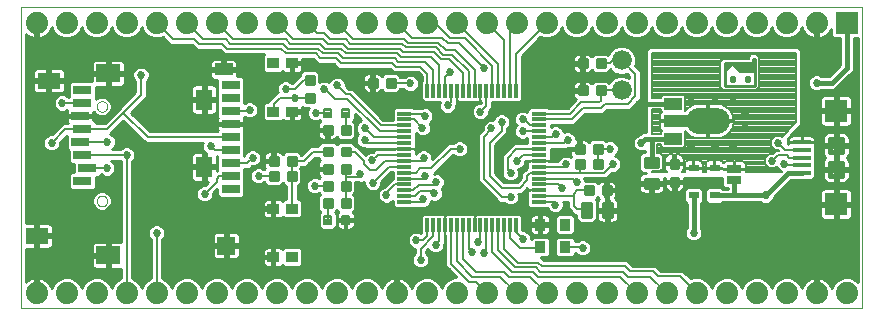
<source format=gtl>
G75*
%MOIN*%
%OFA0B0*%
%FSLAX24Y24*%
%IPPOS*%
%LPD*%
%AMOC8*
5,1,8,0,0,1.08239X$1,22.5*
%
%ADD10C,0.0000*%
%ADD11C,0.0088*%
%ADD12C,0.0100*%
%ADD13R,0.0748X0.0551*%
%ADD14R,0.0551X0.0709*%
%ADD15R,0.0591X0.0315*%
%ADD16C,0.0740*%
%ADD17R,0.0740X0.0740*%
%ADD18C,0.0660*%
%ADD19R,0.0591X0.0394*%
%ADD20R,0.0787X0.0394*%
%ADD21C,0.0866*%
%ADD22R,0.0327X0.0248*%
%ADD23R,0.0472X0.0118*%
%ADD24R,0.0118X0.0472*%
%ADD25C,0.0075*%
%ADD26R,0.0598X0.0150*%
%ADD27C,0.0180*%
%ADD28R,0.0748X0.0748*%
%ADD29R,0.0354X0.0394*%
%ADD30R,0.0394X0.0354*%
%ADD31R,0.0500X0.0250*%
%ADD32R,0.0600X0.0300*%
%ADD33R,0.0600X0.0400*%
%ADD34R,0.0800X0.0600*%
%ADD35R,0.0600X0.0600*%
%ADD36C,0.0160*%
%ADD37C,0.0080*%
%ADD38C,0.0270*%
D10*
X004240Y017780D02*
X004240Y027820D01*
X032280Y027820D01*
X032280Y017780D01*
X004240Y017780D01*
X006763Y021364D02*
X006765Y021390D01*
X006771Y021416D01*
X006780Y021440D01*
X006793Y021463D01*
X006810Y021483D01*
X006829Y021501D01*
X006851Y021516D01*
X006874Y021527D01*
X006899Y021535D01*
X006925Y021539D01*
X006951Y021539D01*
X006977Y021535D01*
X007002Y021527D01*
X007026Y021516D01*
X007047Y021501D01*
X007066Y021483D01*
X007083Y021463D01*
X007096Y021440D01*
X007105Y021416D01*
X007111Y021390D01*
X007113Y021364D01*
X007111Y021338D01*
X007105Y021312D01*
X007096Y021288D01*
X007083Y021265D01*
X007066Y021245D01*
X007047Y021227D01*
X007025Y021212D01*
X007002Y021201D01*
X006977Y021193D01*
X006951Y021189D01*
X006925Y021189D01*
X006899Y021193D01*
X006874Y021201D01*
X006850Y021212D01*
X006829Y021227D01*
X006810Y021245D01*
X006793Y021265D01*
X006780Y021288D01*
X006771Y021312D01*
X006765Y021338D01*
X006763Y021364D01*
X006763Y024514D02*
X006765Y024540D01*
X006771Y024566D01*
X006780Y024590D01*
X006793Y024613D01*
X006810Y024633D01*
X006829Y024651D01*
X006851Y024666D01*
X006874Y024677D01*
X006899Y024685D01*
X006925Y024689D01*
X006951Y024689D01*
X006977Y024685D01*
X007002Y024677D01*
X007026Y024666D01*
X007047Y024651D01*
X007066Y024633D01*
X007083Y024613D01*
X007096Y024590D01*
X007105Y024566D01*
X007111Y024540D01*
X007113Y024514D01*
X007111Y024488D01*
X007105Y024462D01*
X007096Y024438D01*
X007083Y024415D01*
X007066Y024395D01*
X007047Y024377D01*
X007025Y024362D01*
X007002Y024351D01*
X006977Y024343D01*
X006951Y024339D01*
X006925Y024339D01*
X006899Y024343D01*
X006874Y024351D01*
X006850Y024362D01*
X006829Y024377D01*
X006810Y024395D01*
X006793Y024415D01*
X006780Y024438D01*
X006771Y024462D01*
X006765Y024488D01*
X006763Y024514D01*
D11*
X012529Y022831D02*
X012791Y022831D01*
X012791Y022569D01*
X012529Y022569D01*
X012529Y022831D01*
X012529Y022656D02*
X012791Y022656D01*
X012791Y022743D02*
X012529Y022743D01*
X012529Y022830D02*
X012791Y022830D01*
X013129Y022831D02*
X013391Y022831D01*
X013391Y022569D01*
X013129Y022569D01*
X013129Y022831D01*
X013129Y022656D02*
X013391Y022656D01*
X013391Y022743D02*
X013129Y022743D01*
X013129Y022830D02*
X013391Y022830D01*
X013391Y022069D02*
X013129Y022069D01*
X013129Y022331D01*
X013391Y022331D01*
X013391Y022069D01*
X013391Y022156D02*
X013129Y022156D01*
X013129Y022243D02*
X013391Y022243D01*
X013391Y022330D02*
X013129Y022330D01*
X012791Y022069D02*
X012529Y022069D01*
X012529Y022331D01*
X012791Y022331D01*
X012791Y022069D01*
X012791Y022156D02*
X012529Y022156D01*
X012529Y022243D02*
X012791Y022243D01*
X012791Y022330D02*
X012529Y022330D01*
X014329Y022571D02*
X014591Y022571D01*
X014591Y022309D01*
X014329Y022309D01*
X014329Y022571D01*
X014329Y022396D02*
X014591Y022396D01*
X014591Y022483D02*
X014329Y022483D01*
X014329Y022570D02*
X014591Y022570D01*
X014591Y022879D02*
X014329Y022879D01*
X014329Y023141D01*
X014591Y023141D01*
X014591Y022879D01*
X014591Y022966D02*
X014329Y022966D01*
X014329Y023053D02*
X014591Y023053D01*
X014591Y023140D02*
X014329Y023140D01*
X014929Y022879D02*
X015191Y022879D01*
X014929Y022879D02*
X014929Y023141D01*
X015191Y023141D01*
X015191Y022879D01*
X015191Y022966D02*
X014929Y022966D01*
X014929Y023053D02*
X015191Y023053D01*
X015191Y023140D02*
X014929Y023140D01*
X014929Y023861D02*
X015191Y023861D01*
X015191Y023599D01*
X014929Y023599D01*
X014929Y023861D01*
X014929Y023686D02*
X015191Y023686D01*
X015191Y023773D02*
X014929Y023773D01*
X014929Y023860D02*
X015191Y023860D01*
X014591Y023861D02*
X014329Y023861D01*
X014591Y023861D02*
X014591Y023599D01*
X014329Y023599D01*
X014329Y023861D01*
X014329Y023686D02*
X014591Y023686D01*
X014591Y023773D02*
X014329Y023773D01*
X014329Y023860D02*
X014591Y023860D01*
X013729Y024669D02*
X013729Y024931D01*
X013991Y024931D01*
X013991Y024669D01*
X013729Y024669D01*
X013729Y024756D02*
X013991Y024756D01*
X013991Y024843D02*
X013729Y024843D01*
X013729Y024930D02*
X013991Y024930D01*
X013729Y025269D02*
X013729Y025531D01*
X013991Y025531D01*
X013991Y025269D01*
X013729Y025269D01*
X013729Y025356D02*
X013991Y025356D01*
X013991Y025443D02*
X013729Y025443D01*
X013729Y025530D02*
X013991Y025530D01*
X015829Y025431D02*
X016091Y025431D01*
X016091Y025169D01*
X015829Y025169D01*
X015829Y025431D01*
X015829Y025256D02*
X016091Y025256D01*
X016091Y025343D02*
X015829Y025343D01*
X015829Y025430D02*
X016091Y025430D01*
X016429Y025431D02*
X016691Y025431D01*
X016691Y025169D01*
X016429Y025169D01*
X016429Y025431D01*
X016429Y025256D02*
X016691Y025256D01*
X016691Y025343D02*
X016429Y025343D01*
X016429Y025430D02*
X016691Y025430D01*
X015191Y022571D02*
X014929Y022571D01*
X015191Y022571D02*
X015191Y022309D01*
X014929Y022309D01*
X014929Y022571D01*
X014929Y022396D02*
X015191Y022396D01*
X015191Y022483D02*
X014929Y022483D01*
X014929Y022570D02*
X015191Y022570D01*
X015191Y022001D02*
X014929Y022001D01*
X015191Y022001D02*
X015191Y021739D01*
X014929Y021739D01*
X014929Y022001D01*
X014929Y021826D02*
X015191Y021826D01*
X015191Y021913D02*
X014929Y021913D01*
X014929Y022000D02*
X015191Y022000D01*
X014591Y022001D02*
X014329Y022001D01*
X014591Y022001D02*
X014591Y021739D01*
X014329Y021739D01*
X014329Y022001D01*
X014329Y021826D02*
X014591Y021826D01*
X014591Y021913D02*
X014329Y021913D01*
X014329Y022000D02*
X014591Y022000D01*
X014591Y021169D02*
X014329Y021169D01*
X014329Y021431D01*
X014591Y021431D01*
X014591Y021169D01*
X014591Y021256D02*
X014329Y021256D01*
X014329Y021343D02*
X014591Y021343D01*
X014591Y021430D02*
X014329Y021430D01*
X014929Y021169D02*
X015191Y021169D01*
X014929Y021169D02*
X014929Y021431D01*
X015191Y021431D01*
X015191Y021169D01*
X015191Y021256D02*
X014929Y021256D01*
X014929Y021343D02*
X015191Y021343D01*
X015191Y021430D02*
X014929Y021430D01*
X022729Y022469D02*
X022991Y022469D01*
X022729Y022469D02*
X022729Y022731D01*
X022991Y022731D01*
X022991Y022469D01*
X022991Y022556D02*
X022729Y022556D01*
X022729Y022643D02*
X022991Y022643D01*
X022991Y022730D02*
X022729Y022730D01*
X022729Y023231D02*
X022991Y023231D01*
X022991Y022969D01*
X022729Y022969D01*
X022729Y023231D01*
X022729Y023056D02*
X022991Y023056D01*
X022991Y023143D02*
X022729Y023143D01*
X022729Y023230D02*
X022991Y023230D01*
X023329Y023231D02*
X023591Y023231D01*
X023591Y022969D01*
X023329Y022969D01*
X023329Y023231D01*
X023329Y023056D02*
X023591Y023056D01*
X023591Y023143D02*
X023329Y023143D01*
X023329Y023230D02*
X023591Y023230D01*
X023591Y022469D02*
X023329Y022469D01*
X023329Y022731D01*
X023591Y022731D01*
X023591Y022469D01*
X023591Y022556D02*
X023329Y022556D01*
X023329Y022643D02*
X023591Y022643D01*
X023591Y022730D02*
X023329Y022730D01*
X023291Y021589D02*
X023029Y021589D01*
X023029Y021851D01*
X023291Y021851D01*
X023291Y021589D01*
X023291Y021676D02*
X023029Y021676D01*
X023029Y021763D02*
X023291Y021763D01*
X023291Y021850D02*
X023029Y021850D01*
X023629Y021589D02*
X023891Y021589D01*
X023629Y021589D02*
X023629Y021851D01*
X023891Y021851D01*
X023891Y021589D01*
X023891Y021676D02*
X023629Y021676D01*
X023629Y021763D02*
X023891Y021763D01*
X023891Y021850D02*
X023629Y021850D01*
X025889Y021869D02*
X025889Y022131D01*
X026151Y022131D01*
X026151Y021869D01*
X025889Y021869D01*
X025889Y021956D02*
X026151Y021956D01*
X026151Y022043D02*
X025889Y022043D01*
X025889Y022130D02*
X026151Y022130D01*
X025889Y022469D02*
X025889Y022731D01*
X026151Y022731D01*
X026151Y022469D01*
X025889Y022469D01*
X025889Y022556D02*
X026151Y022556D01*
X026151Y022643D02*
X025889Y022643D01*
X025889Y022730D02*
X026151Y022730D01*
X023691Y024919D02*
X023429Y024919D01*
X023429Y025181D01*
X023691Y025181D01*
X023691Y024919D01*
X023691Y025006D02*
X023429Y025006D01*
X023429Y025093D02*
X023691Y025093D01*
X023691Y025180D02*
X023429Y025180D01*
X023091Y024919D02*
X022829Y024919D01*
X022829Y025181D01*
X023091Y025181D01*
X023091Y024919D01*
X023091Y025006D02*
X022829Y025006D01*
X022829Y025093D02*
X023091Y025093D01*
X023091Y025180D02*
X022829Y025180D01*
X022829Y025819D02*
X023091Y025819D01*
X022829Y025819D02*
X022829Y026081D01*
X023091Y026081D01*
X023091Y025819D01*
X023091Y025906D02*
X022829Y025906D01*
X022829Y025993D02*
X023091Y025993D01*
X023091Y026080D02*
X022829Y026080D01*
X023429Y025819D02*
X023691Y025819D01*
X023429Y025819D02*
X023429Y026081D01*
X023691Y026081D01*
X023691Y025819D01*
X023691Y025906D02*
X023429Y025906D01*
X023429Y025993D02*
X023691Y025993D01*
X023691Y026080D02*
X023429Y026080D01*
D12*
X023256Y026183D02*
X023246Y026200D01*
X023210Y026236D01*
X023166Y026262D01*
X023116Y026275D01*
X022997Y026275D01*
X022997Y025988D01*
X022922Y025988D01*
X022922Y026275D01*
X022803Y026275D01*
X022753Y026262D01*
X022709Y026236D01*
X022673Y026200D01*
X022648Y026156D01*
X022635Y026107D01*
X022635Y025988D01*
X022922Y025988D01*
X022922Y025912D01*
X022997Y025912D01*
X022997Y025625D01*
X023116Y025625D01*
X023166Y025638D01*
X023210Y025664D01*
X023246Y025700D01*
X023256Y025717D01*
X023348Y025625D01*
X023771Y025625D01*
X023885Y025738D01*
X023885Y025746D01*
X023988Y025643D01*
X024164Y025570D01*
X024355Y025570D01*
X024437Y025604D01*
X024520Y025521D01*
X024520Y025462D01*
X024355Y025530D01*
X024164Y025530D01*
X023988Y025457D01*
X023853Y025322D01*
X023844Y025302D01*
X023771Y025375D01*
X023348Y025375D01*
X023256Y025283D01*
X023246Y025300D01*
X023210Y025336D01*
X023166Y025362D01*
X023116Y025375D01*
X022997Y025375D01*
X022997Y025088D01*
X022922Y025088D01*
X022922Y025375D01*
X022803Y025375D01*
X022753Y025362D01*
X022709Y025336D01*
X022673Y025300D01*
X022648Y025256D01*
X022635Y025207D01*
X022635Y025088D01*
X022922Y025088D01*
X022922Y025012D01*
X022635Y025012D01*
X022635Y024893D01*
X022648Y024844D01*
X022673Y024800D01*
X022709Y024764D01*
X022738Y024747D01*
X022720Y024729D01*
X022457Y024466D01*
X021821Y024466D01*
X021802Y024485D01*
X021205Y024485D01*
X021117Y024398D01*
X021117Y024333D01*
X021016Y024375D01*
X020903Y024375D01*
X020798Y024332D01*
X020718Y024251D01*
X020675Y024147D01*
X020675Y024033D01*
X020718Y023929D01*
X020756Y023890D01*
X020718Y023851D01*
X020675Y023747D01*
X020675Y023633D01*
X020718Y023529D01*
X020798Y023448D01*
X020903Y023405D01*
X021016Y023405D01*
X021117Y023447D01*
X021117Y023285D01*
X020676Y023285D01*
X020381Y022990D01*
X020270Y022879D01*
X020270Y022321D01*
X020275Y022316D01*
X020275Y022243D01*
X020318Y022139D01*
X020398Y022058D01*
X020503Y022015D01*
X020616Y022015D01*
X020721Y022058D01*
X020801Y022139D01*
X020845Y022243D01*
X020845Y022357D01*
X020820Y022416D01*
X020921Y022458D01*
X021001Y022539D01*
X021045Y022643D01*
X021045Y022708D01*
X021117Y022708D01*
X021117Y022702D01*
X021193Y022702D01*
X021193Y022702D01*
X021193Y022702D01*
X021117Y022702D01*
X021117Y022477D01*
X021027Y022387D01*
X020920Y022279D01*
X020920Y022129D01*
X020781Y021990D01*
X020338Y021990D01*
X020050Y022279D01*
X020050Y023221D01*
X020450Y023621D01*
X020450Y023787D01*
X020501Y023839D01*
X020545Y023943D01*
X020545Y024057D01*
X020501Y024161D01*
X020421Y024242D01*
X020316Y024285D01*
X020203Y024285D01*
X020098Y024242D01*
X020018Y024161D01*
X019978Y024064D01*
X019976Y024065D01*
X019863Y024065D01*
X019758Y024022D01*
X019678Y023941D01*
X019635Y023837D01*
X019635Y023744D01*
X019581Y023690D01*
X019470Y023579D01*
X019470Y022021D01*
X020070Y021421D01*
X020181Y021310D01*
X020346Y021310D01*
X020398Y021258D01*
X020503Y021215D01*
X020616Y021215D01*
X020721Y021258D01*
X020801Y021339D01*
X020845Y021443D01*
X020845Y021557D01*
X020822Y021610D01*
X020938Y021610D01*
X021117Y021789D01*
X021117Y021717D01*
X021117Y021202D01*
X021205Y021115D01*
X021793Y021115D01*
X021808Y021079D01*
X021888Y020998D01*
X021993Y020955D01*
X022106Y020955D01*
X022211Y020998D01*
X022291Y021079D01*
X022335Y021183D01*
X022335Y021297D01*
X022321Y021330D01*
X022470Y021330D01*
X022470Y021121D01*
X022570Y021021D01*
X022681Y020910D01*
X022740Y020910D01*
X022740Y020752D01*
X022857Y020635D01*
X023322Y020635D01*
X023440Y020752D01*
X023440Y021368D01*
X023392Y021416D01*
X023463Y021487D01*
X023473Y021470D01*
X023507Y021436D01*
X023479Y021408D01*
X023453Y021362D01*
X023440Y021311D01*
X023440Y021110D01*
X023740Y021110D01*
X023740Y021485D01*
X023722Y021485D01*
X023722Y021682D01*
X023797Y021682D01*
X023797Y021395D01*
X023840Y021395D01*
X023840Y021110D01*
X024140Y021110D01*
X024140Y021311D01*
X024126Y021362D01*
X024100Y021408D01*
X024062Y021445D01*
X024036Y021460D01*
X024046Y021470D01*
X024071Y021514D01*
X024085Y021563D01*
X024085Y021682D01*
X023797Y021682D01*
X023797Y021758D01*
X023722Y021758D01*
X023722Y022045D01*
X023603Y022045D01*
X023553Y022032D01*
X023509Y022006D01*
X023473Y021970D01*
X023463Y021953D01*
X023371Y022045D01*
X023045Y022045D01*
X023045Y022057D01*
X023019Y022118D01*
X023766Y022118D01*
X023877Y022229D01*
X023953Y022305D01*
X024026Y022305D01*
X024131Y022348D01*
X024211Y022429D01*
X024255Y022533D01*
X024255Y022647D01*
X024211Y022751D01*
X024131Y022832D01*
X024048Y022866D01*
X024121Y022939D01*
X024165Y023043D01*
X024165Y023157D01*
X024121Y023261D01*
X024041Y023342D01*
X023936Y023385D01*
X023823Y023385D01*
X023744Y023352D01*
X023671Y023425D01*
X023248Y023425D01*
X023156Y023333D01*
X023146Y023350D01*
X023110Y023386D01*
X023066Y023412D01*
X023016Y023425D01*
X022897Y023425D01*
X022897Y023138D01*
X022822Y023138D01*
X022822Y023425D01*
X022745Y023425D01*
X022745Y023457D01*
X022701Y023561D01*
X022621Y023642D01*
X022516Y023685D01*
X022403Y023685D01*
X022343Y023660D01*
X022301Y023761D01*
X022221Y023842D01*
X022116Y023885D01*
X022003Y023885D01*
X021898Y023842D01*
X021890Y023833D01*
X021890Y023890D01*
X022668Y023890D01*
X023038Y024260D01*
X023638Y024260D01*
X023788Y024410D01*
X024538Y024410D01*
X024788Y024660D01*
X024788Y024660D01*
X024900Y024771D01*
X024900Y025679D01*
X024706Y025873D01*
X024740Y025955D01*
X024740Y026145D01*
X024666Y026322D01*
X024531Y026457D01*
X024355Y026530D01*
X024164Y026530D01*
X023988Y026457D01*
X023853Y026322D01*
X023815Y026231D01*
X023771Y026275D01*
X023348Y026275D01*
X023256Y026183D01*
X023344Y026271D02*
X023131Y026271D01*
X022997Y026271D02*
X022922Y026271D01*
X022922Y026173D02*
X022997Y026173D01*
X022997Y026074D02*
X022922Y026074D01*
X022922Y025976D02*
X020926Y025976D01*
X020926Y026074D02*
X022635Y026074D01*
X022657Y026173D02*
X020926Y026173D01*
X020926Y026198D02*
X021552Y026823D01*
X021656Y026780D01*
X021863Y026780D01*
X022054Y026859D01*
X022200Y027005D01*
X022260Y027148D01*
X022319Y027005D01*
X022465Y026859D01*
X022656Y026780D01*
X022863Y026780D01*
X023054Y026859D01*
X023200Y027005D01*
X023260Y027148D01*
X023319Y027005D01*
X023465Y026859D01*
X023656Y026780D01*
X023863Y026780D01*
X024054Y026859D01*
X024200Y027005D01*
X024260Y027148D01*
X024319Y027005D01*
X024465Y026859D01*
X024656Y026780D01*
X024863Y026780D01*
X025054Y026859D01*
X025200Y027005D01*
X025260Y027148D01*
X025319Y027005D01*
X025465Y026859D01*
X025656Y026780D01*
X025863Y026780D01*
X026054Y026859D01*
X026200Y027005D01*
X026260Y027148D01*
X026319Y027005D01*
X026465Y026859D01*
X026656Y026780D01*
X026863Y026780D01*
X027054Y026859D01*
X027200Y027005D01*
X027260Y027148D01*
X027319Y027005D01*
X027465Y026859D01*
X027656Y026780D01*
X027863Y026780D01*
X028054Y026859D01*
X028200Y027005D01*
X028260Y027148D01*
X028319Y027005D01*
X028465Y026859D01*
X028656Y026780D01*
X028863Y026780D01*
X029054Y026859D01*
X029200Y027005D01*
X029260Y027148D01*
X029319Y027005D01*
X029465Y026859D01*
X029656Y026780D01*
X029863Y026780D01*
X030054Y026859D01*
X030200Y027005D01*
X030261Y027152D01*
X030278Y027100D01*
X030315Y027027D01*
X030363Y026961D01*
X030421Y026903D01*
X030487Y026855D01*
X030560Y026818D01*
X030638Y026793D01*
X030710Y026781D01*
X030710Y027250D01*
X030810Y027250D01*
X030810Y026781D01*
X030881Y026793D01*
X030959Y026818D01*
X031032Y026855D01*
X031098Y026903D01*
X031156Y026961D01*
X031204Y027027D01*
X031240Y027097D01*
X031240Y026868D01*
X031327Y026780D01*
X031530Y026780D01*
X031530Y025895D01*
X031164Y025530D01*
X030933Y025530D01*
X030921Y025542D01*
X030816Y025585D01*
X030703Y025585D01*
X030598Y025542D01*
X030518Y025461D01*
X030475Y025357D01*
X030475Y025243D01*
X030518Y025139D01*
X030598Y025058D01*
X030703Y025015D01*
X030816Y025015D01*
X030921Y025058D01*
X030933Y025070D01*
X031355Y025070D01*
X031855Y025570D01*
X031990Y025705D01*
X031990Y026780D01*
X032130Y026780D01*
X032130Y018665D01*
X032054Y018741D01*
X031863Y018820D01*
X031656Y018820D01*
X031465Y018741D01*
X031319Y018595D01*
X031258Y018448D01*
X031241Y018500D01*
X031204Y018573D01*
X031156Y018639D01*
X031098Y018697D01*
X031032Y018745D01*
X030959Y018782D01*
X030881Y018807D01*
X030810Y018819D01*
X030810Y018350D01*
X030710Y018350D01*
X030710Y018819D01*
X030638Y018807D01*
X030560Y018782D01*
X030487Y018745D01*
X030421Y018697D01*
X030363Y018639D01*
X030315Y018573D01*
X030278Y018500D01*
X030261Y018448D01*
X030200Y018595D01*
X030054Y018741D01*
X029863Y018820D01*
X029656Y018820D01*
X029465Y018741D01*
X029319Y018595D01*
X029260Y018452D01*
X029200Y018595D01*
X029054Y018741D01*
X028863Y018820D01*
X028656Y018820D01*
X028465Y018741D01*
X028319Y018595D01*
X028260Y018452D01*
X028200Y018595D01*
X028054Y018741D01*
X027863Y018820D01*
X027656Y018820D01*
X027465Y018741D01*
X027319Y018595D01*
X027260Y018452D01*
X027200Y018595D01*
X027054Y018741D01*
X026863Y018820D01*
X026656Y018820D01*
X026559Y018780D01*
X026410Y018929D01*
X026298Y019040D01*
X025548Y019040D01*
X025490Y019099D01*
X025378Y019210D01*
X024618Y019210D01*
X024560Y019269D01*
X024448Y019380D01*
X021678Y019380D01*
X021670Y019389D01*
X021579Y019479D01*
X021785Y019479D01*
X021873Y019567D01*
X021873Y020085D01*
X021785Y020173D01*
X021307Y020173D01*
X021245Y020111D01*
X021245Y020157D01*
X021201Y020261D01*
X021121Y020342D01*
X021016Y020385D01*
X020945Y020385D01*
X020945Y020854D01*
X020857Y020942D01*
X019434Y020942D01*
X019358Y020942D01*
X019358Y020866D01*
X019358Y020866D01*
X019358Y020866D01*
X019358Y020942D01*
X018449Y020942D01*
X018374Y020942D01*
X018374Y020866D01*
X018374Y020866D01*
X018374Y020866D01*
X018374Y020942D01*
X017859Y020942D01*
X017662Y020942D01*
X017574Y020854D01*
X017574Y020298D01*
X017571Y020302D01*
X017466Y020345D01*
X017353Y020345D01*
X017248Y020302D01*
X017168Y020221D01*
X017125Y020117D01*
X017125Y020003D01*
X017168Y019899D01*
X017248Y019818D01*
X017353Y019775D01*
X017370Y019775D01*
X017370Y019613D01*
X017318Y019561D01*
X017275Y019457D01*
X017275Y019343D01*
X017318Y019239D01*
X017398Y019158D01*
X017503Y019115D01*
X017616Y019115D01*
X017721Y019158D01*
X017801Y019239D01*
X017845Y019343D01*
X017845Y019457D01*
X017801Y019561D01*
X017750Y019613D01*
X017750Y019691D01*
X017812Y019754D01*
X017818Y019739D01*
X017898Y019658D01*
X018003Y019615D01*
X018116Y019615D01*
X018221Y019658D01*
X018301Y019739D01*
X018345Y019843D01*
X018345Y019916D01*
X018367Y019939D01*
X018367Y020170D01*
X018374Y020170D01*
X018381Y020170D01*
X018381Y019190D01*
X018492Y019079D01*
X018751Y018820D01*
X018656Y018820D01*
X018465Y018741D01*
X018319Y018595D01*
X018260Y018452D01*
X018200Y018595D01*
X018054Y018741D01*
X017863Y018820D01*
X017656Y018820D01*
X017465Y018741D01*
X017319Y018595D01*
X017258Y018448D01*
X017241Y018500D01*
X017204Y018573D01*
X017156Y018639D01*
X017098Y018697D01*
X017032Y018745D01*
X016959Y018782D01*
X016881Y018807D01*
X016810Y018819D01*
X016810Y018350D01*
X016710Y018350D01*
X016710Y018819D01*
X016638Y018807D01*
X016560Y018782D01*
X016487Y018745D01*
X016421Y018697D01*
X016363Y018639D01*
X016315Y018573D01*
X016278Y018500D01*
X016261Y018448D01*
X016200Y018595D01*
X016054Y018741D01*
X015863Y018820D01*
X015656Y018820D01*
X015465Y018741D01*
X015319Y018595D01*
X015260Y018452D01*
X015200Y018595D01*
X015054Y018741D01*
X014863Y018820D01*
X014656Y018820D01*
X014465Y018741D01*
X014319Y018595D01*
X014260Y018452D01*
X014200Y018595D01*
X014054Y018741D01*
X013863Y018820D01*
X013656Y018820D01*
X013465Y018741D01*
X013319Y018595D01*
X013260Y018452D01*
X013200Y018595D01*
X013054Y018741D01*
X012863Y018820D01*
X012656Y018820D01*
X012465Y018741D01*
X012319Y018595D01*
X012260Y018452D01*
X012200Y018595D01*
X012054Y018741D01*
X011863Y018820D01*
X011656Y018820D01*
X011465Y018741D01*
X011319Y018595D01*
X011260Y018452D01*
X011200Y018595D01*
X011054Y018741D01*
X010863Y018820D01*
X010656Y018820D01*
X010465Y018741D01*
X010319Y018595D01*
X010260Y018452D01*
X010200Y018595D01*
X010054Y018741D01*
X009863Y018820D01*
X009656Y018820D01*
X009465Y018741D01*
X009319Y018595D01*
X009260Y018452D01*
X009200Y018595D01*
X009054Y018741D01*
X008950Y018784D01*
X008950Y020087D01*
X009001Y020139D01*
X009045Y020243D01*
X009045Y020357D01*
X009001Y020461D01*
X008921Y020542D01*
X008816Y020585D01*
X008703Y020585D01*
X008598Y020542D01*
X008518Y020461D01*
X008475Y020357D01*
X008475Y020243D01*
X008518Y020139D01*
X008570Y020087D01*
X008570Y018784D01*
X008465Y018741D01*
X008319Y018595D01*
X008260Y018452D01*
X008200Y018595D01*
X008054Y018741D01*
X007950Y018784D01*
X007950Y022687D01*
X008001Y022739D01*
X008045Y022843D01*
X008045Y022957D01*
X008001Y023061D01*
X007921Y023142D01*
X007816Y023185D01*
X007703Y023185D01*
X007598Y023142D01*
X007543Y023086D01*
X007276Y023086D01*
X007281Y023088D01*
X007361Y023169D01*
X007405Y023273D01*
X007405Y023387D01*
X007361Y023491D01*
X007281Y023572D01*
X007209Y023601D01*
X007650Y024041D01*
X008391Y023300D01*
X010292Y023300D01*
X010275Y023257D01*
X010275Y023143D01*
X010318Y023039D01*
X010392Y022964D01*
X010392Y022549D01*
X010292Y022549D01*
X010292Y023003D01*
X010047Y023003D01*
X010009Y022993D01*
X009974Y022973D01*
X009946Y022945D01*
X009927Y022911D01*
X009916Y022873D01*
X009916Y022549D01*
X010292Y022549D01*
X010292Y022449D01*
X009916Y022449D01*
X009916Y022125D01*
X009927Y022087D01*
X009946Y022052D01*
X009974Y022024D01*
X010009Y022005D01*
X010047Y021994D01*
X010292Y021994D01*
X010292Y022449D01*
X010392Y022449D01*
X010392Y022549D01*
X010768Y022549D01*
X010768Y022867D01*
X010780Y022867D01*
X010780Y022845D01*
X010784Y022840D01*
X010780Y022836D01*
X010780Y022412D01*
X010784Y022407D01*
X010780Y022403D01*
X010780Y022381D01*
X010772Y022381D01*
X010768Y022377D01*
X010768Y022449D01*
X010392Y022449D01*
X010392Y021994D01*
X010485Y021994D01*
X010376Y021885D01*
X010303Y021885D01*
X010198Y021842D01*
X010118Y021761D01*
X010075Y021657D01*
X010075Y021543D01*
X007950Y021543D01*
X007950Y021445D02*
X010115Y021445D01*
X010118Y021439D02*
X010198Y021358D01*
X010303Y021315D01*
X010416Y021315D01*
X010521Y021358D01*
X010601Y021439D01*
X010645Y021543D01*
X010645Y021616D01*
X010780Y021751D01*
X010780Y021546D01*
X010867Y021458D01*
X011592Y021458D01*
X011680Y021546D01*
X011680Y021970D01*
X011675Y021974D01*
X011680Y021979D01*
X011680Y022403D01*
X011675Y022407D01*
X011680Y022412D01*
X011680Y022434D01*
X011862Y022434D01*
X011943Y022515D01*
X012016Y022515D01*
X012121Y022558D01*
X012201Y022639D01*
X012245Y022743D01*
X012245Y022857D01*
X012201Y022961D01*
X012121Y023042D01*
X012016Y023085D01*
X011903Y023085D01*
X011798Y023042D01*
X011718Y022961D01*
X011680Y022869D01*
X011680Y023269D01*
X011675Y023273D01*
X011680Y023278D01*
X011680Y023702D01*
X011668Y023713D01*
X011669Y023715D01*
X011680Y023753D01*
X011680Y023898D01*
X011255Y023898D01*
X011255Y023948D01*
X011680Y023948D01*
X011680Y024093D01*
X011669Y024131D01*
X011668Y024133D01*
X011680Y024144D01*
X011680Y024166D01*
X011690Y024166D01*
X011698Y024158D01*
X011803Y024115D01*
X011916Y024115D01*
X012021Y024158D01*
X012101Y024239D01*
X012145Y024343D01*
X012145Y024457D01*
X012101Y024561D01*
X012021Y024642D01*
X011916Y024685D01*
X011803Y024685D01*
X011698Y024642D01*
X011680Y024623D01*
X011680Y025001D01*
X011675Y025006D01*
X011680Y025010D01*
X011680Y025434D01*
X011592Y025522D01*
X011441Y025522D01*
X011443Y025532D01*
X011443Y025702D01*
X011043Y025702D01*
X011043Y025802D01*
X010943Y025802D01*
X010943Y025702D01*
X010543Y025702D01*
X010543Y025532D01*
X010554Y025494D01*
X010573Y025460D01*
X010601Y025432D01*
X010635Y025412D01*
X010674Y025402D01*
X010780Y025402D01*
X010780Y025010D01*
X010784Y025006D01*
X010780Y025001D01*
X010780Y024577D01*
X010784Y024573D01*
X010780Y024568D01*
X010780Y024144D01*
X010791Y024133D01*
X010790Y024131D01*
X010780Y024093D01*
X010780Y023948D01*
X011205Y023948D01*
X011205Y023898D01*
X010780Y023898D01*
X010780Y023753D01*
X010790Y023715D01*
X010791Y023713D01*
X010780Y023702D01*
X010780Y023680D01*
X008548Y023680D01*
X007918Y024310D01*
X008318Y024710D01*
X008430Y024821D01*
X008430Y025347D01*
X008481Y025399D01*
X008525Y025503D01*
X008525Y025617D01*
X008481Y025721D01*
X008401Y025802D01*
X008296Y025845D01*
X008183Y025845D01*
X008078Y025802D01*
X007998Y025721D01*
X007955Y025617D01*
X007955Y025503D01*
X007998Y025399D01*
X008050Y025347D01*
X008050Y024979D01*
X007460Y024389D01*
X007023Y023953D01*
X006732Y023953D01*
X006732Y023982D01*
X006653Y024061D01*
X006653Y024167D01*
X006237Y024167D01*
X006237Y024224D01*
X006653Y024224D01*
X006653Y024330D01*
X006660Y024337D01*
X006663Y024330D01*
X006754Y024238D01*
X006874Y024189D01*
X007003Y024189D01*
X007122Y024238D01*
X007214Y024330D01*
X007263Y024449D01*
X007263Y024578D01*
X007214Y024698D01*
X007122Y024789D01*
X007003Y024839D01*
X006874Y024839D01*
X006754Y024789D01*
X006732Y024767D01*
X006732Y025166D01*
X007096Y025166D01*
X007096Y025566D01*
X007196Y025566D01*
X007196Y025666D01*
X007696Y025666D01*
X007696Y025936D01*
X007685Y025974D01*
X007666Y026008D01*
X007638Y026036D01*
X007604Y026056D01*
X007565Y026066D01*
X007196Y026066D01*
X007196Y025666D01*
X007096Y025666D01*
X007096Y026066D01*
X006726Y026066D01*
X006688Y026056D01*
X006654Y026036D01*
X006626Y026008D01*
X006606Y025974D01*
X006596Y025936D01*
X006596Y025666D01*
X007096Y025666D01*
X007096Y025566D01*
X006596Y025566D01*
X006596Y025369D01*
X005930Y025369D01*
X005842Y025281D01*
X005842Y024819D01*
X005824Y024819D01*
X005772Y024870D01*
X005667Y024914D01*
X005554Y024914D01*
X005449Y024870D01*
X005369Y024790D01*
X005326Y024685D01*
X005326Y024572D01*
X005369Y024467D01*
X005449Y024387D01*
X005554Y024344D01*
X005667Y024344D01*
X005766Y024385D01*
X005763Y024373D01*
X005763Y024224D01*
X006179Y024224D01*
X006179Y024167D01*
X005763Y024167D01*
X005763Y024018D01*
X005773Y023980D01*
X005789Y023953D01*
X005643Y023953D01*
X005276Y023585D01*
X005203Y023585D01*
X005098Y023542D01*
X005018Y023461D01*
X004975Y023357D01*
X004975Y023243D01*
X005018Y023139D01*
X005098Y023058D01*
X005203Y023015D01*
X005316Y023015D01*
X005421Y023058D01*
X005501Y023139D01*
X005545Y023243D01*
X005545Y023316D01*
X005763Y023316D01*
X005763Y023218D02*
X005534Y023218D01*
X005545Y023316D02*
X005763Y023535D01*
X005763Y023110D01*
X005842Y023031D01*
X005842Y022677D01*
X005930Y022589D01*
X005999Y022589D01*
X005999Y022338D01*
X005930Y022338D01*
X005842Y022250D01*
X005842Y021811D01*
X005930Y021723D01*
X006644Y021723D01*
X006732Y021811D01*
X006732Y022156D01*
X006802Y022156D01*
X006890Y022244D01*
X006890Y022267D01*
X006938Y022218D01*
X007043Y022175D01*
X007156Y022175D01*
X007261Y022218D01*
X007341Y022299D01*
X007385Y022403D01*
X007385Y022517D01*
X007341Y022621D01*
X007261Y022702D01*
X007249Y022706D01*
X007550Y022706D01*
X007570Y022687D01*
X007570Y020002D01*
X007565Y020003D01*
X007196Y020003D01*
X007196Y019603D01*
X007096Y019603D01*
X007096Y020003D01*
X006726Y020003D01*
X006688Y019993D01*
X006654Y019973D01*
X006626Y019945D01*
X006606Y019911D01*
X006596Y019873D01*
X006596Y019603D01*
X007096Y019603D01*
X007096Y019503D01*
X007196Y019503D01*
X007196Y019103D01*
X007565Y019103D01*
X007570Y019104D01*
X007570Y018784D01*
X007465Y018741D01*
X007319Y018595D01*
X007260Y018452D01*
X007200Y018595D01*
X007054Y018741D01*
X006863Y018820D01*
X006656Y018820D01*
X006465Y018741D01*
X006319Y018595D01*
X006260Y018452D01*
X006200Y018595D01*
X006054Y018741D01*
X005863Y018820D01*
X005656Y018820D01*
X005465Y018741D01*
X005319Y018595D01*
X005258Y018448D01*
X005241Y018500D01*
X005204Y018573D01*
X005156Y018639D01*
X005098Y018697D01*
X005032Y018745D01*
X004959Y018782D01*
X004881Y018807D01*
X004810Y018819D01*
X004810Y018350D01*
X004710Y018350D01*
X004710Y018819D01*
X004638Y018807D01*
X004560Y018782D01*
X004487Y018745D01*
X004421Y018697D01*
X004390Y018665D01*
X004390Y019770D01*
X006596Y019770D01*
X006596Y019672D02*
X004390Y019672D01*
X004390Y019770D02*
X004721Y019770D01*
X004721Y020146D01*
X004821Y020146D01*
X004821Y020246D01*
X004721Y020246D01*
X004721Y020621D01*
X004390Y020621D01*
X004390Y026935D01*
X004421Y026903D01*
X004487Y026855D01*
X004560Y026818D01*
X004638Y026793D01*
X004710Y026781D01*
X004710Y027250D01*
X004810Y027250D01*
X004810Y026781D01*
X004881Y026793D01*
X004959Y026818D01*
X005032Y026855D01*
X005098Y026903D01*
X005156Y026961D01*
X005204Y027027D01*
X005241Y027100D01*
X005258Y027152D01*
X005319Y027005D01*
X005465Y026859D01*
X005656Y026780D01*
X005863Y026780D01*
X006054Y026859D01*
X006200Y027005D01*
X006260Y027148D01*
X006319Y027005D01*
X006465Y026859D01*
X006656Y026780D01*
X006863Y026780D01*
X007054Y026859D01*
X007200Y027005D01*
X007260Y027148D01*
X007319Y027005D01*
X007465Y026859D01*
X007656Y026780D01*
X007863Y026780D01*
X008054Y026859D01*
X008200Y027005D01*
X008260Y027148D01*
X008319Y027005D01*
X008465Y026859D01*
X008656Y026780D01*
X008863Y026780D01*
X008968Y026823D01*
X009221Y026570D01*
X009941Y026570D01*
X010101Y026410D01*
X010861Y026410D01*
X010910Y026361D01*
X011021Y026250D01*
X012351Y026250D01*
X012298Y026196D01*
X012298Y025718D01*
X012386Y025630D01*
X012904Y025630D01*
X012960Y025686D01*
X012986Y025660D01*
X013020Y025640D01*
X013058Y025630D01*
X013236Y025630D01*
X013236Y025918D01*
X013313Y025918D01*
X013313Y025630D01*
X013491Y025630D01*
X013529Y025640D01*
X013563Y025660D01*
X013591Y025688D01*
X013611Y025722D01*
X013621Y025760D01*
X013621Y025919D01*
X013313Y025919D01*
X013313Y025996D01*
X013621Y025996D01*
X013621Y026090D01*
X013981Y026090D01*
X014030Y026041D01*
X014141Y025930D01*
X014661Y025930D01*
X014821Y025770D01*
X016541Y025770D01*
X016550Y025761D01*
X016661Y025650D01*
X017461Y025650D01*
X017593Y025518D01*
X017593Y025362D01*
X017574Y025342D01*
X017574Y024746D01*
X017662Y024658D01*
X018196Y024658D01*
X018175Y024607D01*
X018175Y024493D01*
X018218Y024389D01*
X018298Y024308D01*
X018403Y024265D01*
X018516Y024265D01*
X018621Y024308D01*
X018701Y024389D01*
X018745Y024493D01*
X018745Y024566D01*
X018761Y024582D01*
X018761Y024658D01*
X018767Y024658D01*
X018767Y024734D01*
X018767Y024734D01*
X018767Y024734D01*
X018767Y024658D01*
X019555Y024658D01*
X019562Y024658D01*
X019562Y024625D01*
X019493Y024625D01*
X019388Y024582D01*
X019308Y024501D01*
X019265Y024397D01*
X019265Y024283D01*
X019308Y024179D01*
X019388Y024098D01*
X019493Y024055D01*
X019606Y024055D01*
X019711Y024098D01*
X019791Y024179D01*
X019835Y024283D01*
X019835Y024352D01*
X019942Y024459D01*
X019942Y024658D01*
X020857Y024658D01*
X020945Y024746D01*
X020945Y025342D01*
X020926Y025362D01*
X020926Y026198D01*
X020999Y026271D02*
X022788Y026271D01*
X022922Y025912D02*
X022635Y025912D01*
X022635Y025793D01*
X022648Y025744D01*
X022673Y025700D01*
X022709Y025664D01*
X022753Y025638D01*
X022803Y025625D01*
X022922Y025625D01*
X022922Y025912D01*
X022922Y025877D02*
X022997Y025877D01*
X022997Y025779D02*
X022922Y025779D01*
X022922Y025680D02*
X022997Y025680D01*
X023226Y025680D02*
X023293Y025680D01*
X023254Y025286D02*
X023259Y025286D01*
X022997Y025286D02*
X022922Y025286D01*
X022922Y025188D02*
X022997Y025188D01*
X022997Y025089D02*
X022922Y025089D01*
X022635Y025089D02*
X020945Y025089D01*
X020945Y024991D02*
X022635Y024991D01*
X022635Y024892D02*
X020945Y024892D01*
X020945Y024794D02*
X022679Y024794D01*
X022686Y024695D02*
X020894Y024695D01*
X021119Y024400D02*
X019882Y024400D01*
X019835Y024301D02*
X020767Y024301D01*
X020698Y024203D02*
X020460Y024203D01*
X020525Y024104D02*
X020675Y024104D01*
X020686Y024006D02*
X020545Y024006D01*
X020529Y023907D02*
X020739Y023907D01*
X020700Y023809D02*
X020471Y023809D01*
X020450Y023710D02*
X020675Y023710D01*
X020684Y023612D02*
X020440Y023612D01*
X020341Y023513D02*
X020733Y023513D01*
X020880Y023415D02*
X020243Y023415D01*
X020144Y023316D02*
X021117Y023316D01*
X021117Y023415D02*
X021039Y023415D01*
X020608Y023218D02*
X020050Y023218D01*
X020050Y023119D02*
X020510Y023119D01*
X020411Y023021D02*
X020050Y023021D01*
X020050Y022922D02*
X020313Y022922D01*
X020270Y022824D02*
X020050Y022824D01*
X020050Y022725D02*
X020270Y022725D01*
X020270Y022627D02*
X020050Y022627D01*
X020050Y022528D02*
X020270Y022528D01*
X020270Y022430D02*
X020050Y022430D01*
X020050Y022331D02*
X020270Y022331D01*
X020279Y022233D02*
X020096Y022233D01*
X020194Y022134D02*
X020322Y022134D01*
X020293Y022036D02*
X020453Y022036D01*
X020666Y022036D02*
X020826Y022036D01*
X020797Y022134D02*
X020920Y022134D01*
X020920Y022233D02*
X020840Y022233D01*
X020845Y022331D02*
X020972Y022331D01*
X021070Y022430D02*
X020851Y022430D01*
X020991Y022528D02*
X021117Y022528D01*
X021117Y022627D02*
X021038Y022627D01*
X021814Y022702D02*
X021814Y022702D01*
X021890Y022702D01*
X021890Y023102D01*
X022430Y023102D01*
X022443Y023115D01*
X022516Y023115D01*
X022571Y023138D01*
X022822Y023138D01*
X022822Y023062D01*
X022535Y023062D01*
X022535Y022943D01*
X022548Y022894D01*
X022573Y022850D01*
X022559Y022836D01*
X022466Y022875D01*
X022353Y022875D01*
X022248Y022832D01*
X022168Y022751D01*
X022144Y022695D01*
X021890Y022695D01*
X021890Y022702D01*
X021814Y022702D01*
X021814Y022702D01*
X021890Y022725D02*
X022157Y022725D01*
X022240Y022824D02*
X021890Y022824D01*
X021890Y022922D02*
X022540Y022922D01*
X022535Y023021D02*
X021890Y023021D01*
X022526Y023119D02*
X022822Y023119D01*
X022822Y023218D02*
X022897Y023218D01*
X022897Y023316D02*
X022822Y023316D01*
X022822Y023415D02*
X022897Y023415D01*
X023055Y023415D02*
X023238Y023415D01*
X023682Y023415D02*
X024658Y023415D01*
X024678Y023461D02*
X024635Y023357D01*
X024635Y023243D01*
X024678Y023139D01*
X024758Y023058D01*
X024863Y023015D01*
X024976Y023015D01*
X025030Y023037D01*
X025030Y023000D01*
X024952Y023000D01*
X024835Y022883D01*
X024835Y022417D01*
X024952Y022300D01*
X025070Y022300D01*
X025008Y022300D01*
X024957Y022286D01*
X024912Y022260D01*
X024874Y022223D01*
X024848Y022177D01*
X024835Y022126D01*
X024835Y022000D01*
X025210Y022000D01*
X025210Y021900D01*
X025310Y021900D01*
X025310Y022000D01*
X025685Y022000D01*
X025685Y022126D01*
X025684Y022130D01*
X025695Y022130D01*
X025695Y022038D01*
X025982Y022038D01*
X025982Y021962D01*
X026057Y021962D01*
X026057Y021675D01*
X026176Y021675D01*
X026226Y021688D01*
X026270Y021714D01*
X026306Y021750D01*
X026331Y021794D01*
X026345Y021843D01*
X026345Y021962D01*
X026057Y021962D01*
X026057Y022038D01*
X026345Y022038D01*
X026345Y022130D01*
X027620Y022130D01*
X027620Y021876D01*
X027707Y021788D01*
X027790Y021788D01*
X027790Y021777D01*
X027629Y021777D01*
X027585Y021821D01*
X027134Y021821D01*
X027046Y021733D01*
X027046Y021361D01*
X027134Y021273D01*
X027585Y021273D01*
X027629Y021317D01*
X028889Y021317D01*
X028898Y021308D01*
X029003Y021265D01*
X029116Y021265D01*
X029221Y021308D01*
X029301Y021389D01*
X029345Y021493D01*
X029345Y021510D01*
X029903Y022068D01*
X030355Y022068D01*
X030360Y022073D01*
X030621Y022073D01*
X030709Y022161D01*
X030709Y023203D01*
X030704Y023208D01*
X030709Y023227D01*
X030709Y023322D01*
X030709Y023416D01*
X030699Y023455D01*
X030679Y023489D01*
X030651Y023517D01*
X030617Y023536D01*
X030578Y023547D01*
X030260Y023547D01*
X030260Y023322D01*
X030709Y023322D01*
X030260Y023322D01*
X030260Y023322D01*
X030260Y023322D01*
X030260Y023547D01*
X029941Y023547D01*
X029902Y023536D01*
X029878Y023523D01*
X030197Y023868D01*
X030250Y023921D01*
X030250Y023926D01*
X030253Y023929D01*
X030250Y024004D01*
X030250Y026379D01*
X030138Y026490D01*
X029981Y026490D01*
X025338Y026490D01*
X025181Y026490D01*
X025070Y026379D01*
X025070Y023660D01*
X024954Y023660D01*
X024879Y023585D01*
X024863Y023585D01*
X024758Y023542D01*
X024678Y023461D01*
X024729Y023513D02*
X022721Y023513D01*
X022651Y023612D02*
X024906Y023612D01*
X025070Y023710D02*
X022322Y023710D01*
X022254Y023809D02*
X025070Y023809D01*
X025070Y023907D02*
X022685Y023907D01*
X022784Y024006D02*
X025070Y024006D01*
X025070Y024104D02*
X022882Y024104D01*
X022981Y024203D02*
X025070Y024203D01*
X025070Y024301D02*
X023679Y024301D01*
X023778Y024400D02*
X025070Y024400D01*
X025070Y024498D02*
X024626Y024498D01*
X024725Y024597D02*
X025070Y024597D01*
X025070Y024695D02*
X024823Y024695D01*
X024900Y024794D02*
X025070Y024794D01*
X025070Y024892D02*
X024900Y024892D01*
X024900Y024991D02*
X025070Y024991D01*
X025070Y025089D02*
X024900Y025089D01*
X024900Y025188D02*
X025070Y025188D01*
X025070Y025286D02*
X024900Y025286D01*
X024900Y025385D02*
X025070Y025385D01*
X025070Y025483D02*
X024900Y025483D01*
X024900Y025582D02*
X025070Y025582D01*
X025070Y025680D02*
X024898Y025680D01*
X024800Y025779D02*
X025070Y025779D01*
X025070Y025877D02*
X024707Y025877D01*
X024740Y025976D02*
X025070Y025976D01*
X025070Y026074D02*
X024740Y026074D01*
X024728Y026173D02*
X025070Y026173D01*
X025070Y026271D02*
X024688Y026271D01*
X024619Y026370D02*
X025070Y026370D01*
X025159Y026468D02*
X024505Y026468D01*
X024462Y026862D02*
X024057Y026862D01*
X024155Y026961D02*
X024364Y026961D01*
X024296Y027059D02*
X024223Y027059D01*
X023462Y026862D02*
X023057Y026862D01*
X023155Y026961D02*
X023364Y026961D01*
X023296Y027059D02*
X023223Y027059D01*
X022462Y026862D02*
X022057Y026862D01*
X022155Y026961D02*
X022364Y026961D01*
X022296Y027059D02*
X022223Y027059D01*
X021492Y026764D02*
X031530Y026764D01*
X031530Y026665D02*
X021393Y026665D01*
X021295Y026567D02*
X031530Y026567D01*
X031530Y026468D02*
X030160Y026468D01*
X030250Y026370D02*
X031530Y026370D01*
X031530Y026271D02*
X030250Y026271D01*
X030250Y026173D02*
X031530Y026173D01*
X031530Y026074D02*
X030250Y026074D01*
X030250Y025976D02*
X031530Y025976D01*
X031511Y025877D02*
X030250Y025877D01*
X030250Y025779D02*
X031413Y025779D01*
X031314Y025680D02*
X030250Y025680D01*
X030250Y025582D02*
X030694Y025582D01*
X030825Y025582D02*
X031216Y025582D01*
X031571Y025286D02*
X032130Y025286D01*
X032130Y025188D02*
X031472Y025188D01*
X031374Y025089D02*
X032130Y025089D01*
X032130Y024991D02*
X030250Y024991D01*
X030250Y025089D02*
X030567Y025089D01*
X030498Y025188D02*
X030250Y025188D01*
X030250Y025286D02*
X030475Y025286D01*
X030486Y025385D02*
X030250Y025385D01*
X030250Y025483D02*
X030539Y025483D01*
X030250Y024892D02*
X032130Y024892D01*
X032130Y024794D02*
X031924Y024794D01*
X031923Y024797D02*
X031904Y024831D01*
X031876Y024859D01*
X031841Y024879D01*
X031803Y024889D01*
X031460Y024889D01*
X031460Y024415D01*
X031934Y024415D01*
X031934Y024759D01*
X031923Y024797D01*
X031934Y024695D02*
X032130Y024695D01*
X032130Y024597D02*
X031934Y024597D01*
X031934Y024498D02*
X032130Y024498D01*
X032130Y024400D02*
X031460Y024400D01*
X031460Y024415D02*
X031460Y024315D01*
X031934Y024315D01*
X031934Y023971D01*
X031923Y023933D01*
X031904Y023899D01*
X031876Y023871D01*
X031841Y023851D01*
X031803Y023841D01*
X031460Y023841D01*
X031460Y024315D01*
X031360Y024315D01*
X031360Y023841D01*
X031016Y023841D01*
X030978Y023851D01*
X030943Y023871D01*
X030915Y023899D01*
X030896Y023933D01*
X030885Y023971D01*
X030885Y024315D01*
X031360Y024315D01*
X031360Y024415D01*
X031360Y024889D01*
X031016Y024889D01*
X030978Y024879D01*
X030943Y024859D01*
X030915Y024831D01*
X030896Y024797D01*
X030885Y024759D01*
X030885Y024415D01*
X031360Y024415D01*
X031460Y024415D01*
X031460Y024498D02*
X031360Y024498D01*
X031360Y024400D02*
X030250Y024400D01*
X030250Y024498D02*
X030885Y024498D01*
X030885Y024597D02*
X030250Y024597D01*
X030250Y024695D02*
X030885Y024695D01*
X030895Y024794D02*
X030250Y024794D01*
X030250Y024301D02*
X030885Y024301D01*
X030885Y024203D02*
X030250Y024203D01*
X030250Y024104D02*
X030885Y024104D01*
X030885Y024006D02*
X030250Y024006D01*
X030235Y023907D02*
X030911Y023907D01*
X031086Y023633D02*
X031047Y023606D01*
X031013Y023573D01*
X030987Y023534D01*
X030969Y023490D01*
X030960Y023444D01*
X030960Y023260D01*
X031360Y023260D01*
X031360Y023660D01*
X031176Y023660D01*
X031130Y023651D01*
X031086Y023633D01*
X031054Y023612D02*
X029960Y023612D01*
X030051Y023710D02*
X032130Y023710D01*
X032130Y023612D02*
X031765Y023612D01*
X031773Y023606D02*
X031733Y023633D01*
X031690Y023651D01*
X031643Y023660D01*
X031460Y023660D01*
X031460Y023260D01*
X031860Y023260D01*
X031860Y023444D01*
X031850Y023490D01*
X031832Y023534D01*
X031806Y023573D01*
X031773Y023606D01*
X031841Y023513D02*
X032130Y023513D01*
X032130Y023415D02*
X031860Y023415D01*
X031860Y023316D02*
X032130Y023316D01*
X032130Y023218D02*
X031460Y023218D01*
X031460Y023260D02*
X031460Y023160D01*
X031860Y023160D01*
X031860Y022976D01*
X031850Y022930D01*
X031832Y022886D01*
X031806Y022847D01*
X031773Y022814D01*
X031767Y022810D01*
X031773Y022806D01*
X031806Y022773D01*
X031832Y022734D01*
X031850Y022690D01*
X031860Y022644D01*
X031860Y022460D01*
X031460Y022460D01*
X031460Y022360D01*
X031860Y022360D01*
X031860Y022176D01*
X031850Y022130D01*
X031832Y022086D01*
X031806Y022047D01*
X031773Y022014D01*
X031733Y021987D01*
X031690Y021969D01*
X031643Y021960D01*
X031460Y021960D01*
X031460Y022360D01*
X031360Y022360D01*
X031360Y021960D01*
X031176Y021960D01*
X031130Y021969D01*
X031086Y021987D01*
X031047Y022014D01*
X031013Y022047D01*
X030987Y022086D01*
X030969Y022130D01*
X030960Y022176D01*
X030960Y022360D01*
X031360Y022360D01*
X031360Y022460D01*
X031360Y023160D01*
X031460Y023160D01*
X031460Y022760D01*
X031460Y022460D01*
X031360Y022460D01*
X030960Y022460D01*
X030960Y022644D01*
X030969Y022690D01*
X030987Y022734D01*
X031013Y022773D01*
X031047Y022806D01*
X031052Y022810D01*
X031047Y022814D01*
X031013Y022847D01*
X030987Y022886D01*
X030969Y022930D01*
X030960Y022976D01*
X030960Y023160D01*
X031360Y023160D01*
X031360Y023260D01*
X031460Y023260D01*
X031460Y023316D02*
X031360Y023316D01*
X031360Y023218D02*
X030706Y023218D01*
X030709Y023316D02*
X030960Y023316D01*
X030960Y023415D02*
X030709Y023415D01*
X030654Y023513D02*
X030978Y023513D01*
X031360Y023513D02*
X031460Y023513D01*
X031460Y023415D02*
X031360Y023415D01*
X031360Y023612D02*
X031460Y023612D01*
X031460Y023907D02*
X031360Y023907D01*
X031360Y024006D02*
X031460Y024006D01*
X031460Y024104D02*
X031360Y024104D01*
X031360Y024203D02*
X031460Y024203D01*
X031460Y024301D02*
X031360Y024301D01*
X031360Y024597D02*
X031460Y024597D01*
X031460Y024695D02*
X031360Y024695D01*
X031360Y024794D02*
X031460Y024794D01*
X031669Y025385D02*
X032130Y025385D01*
X032130Y025483D02*
X031768Y025483D01*
X031866Y025582D02*
X032130Y025582D01*
X032130Y025680D02*
X031965Y025680D01*
X031990Y025779D02*
X032130Y025779D01*
X032130Y025877D02*
X031990Y025877D01*
X031990Y025976D02*
X032130Y025976D01*
X032130Y026074D02*
X031990Y026074D01*
X031990Y026173D02*
X032130Y026173D01*
X032130Y026271D02*
X031990Y026271D01*
X031990Y026370D02*
X032130Y026370D01*
X032130Y026468D02*
X031990Y026468D01*
X031990Y026567D02*
X032130Y026567D01*
X032130Y026665D02*
X031990Y026665D01*
X031990Y026764D02*
X032130Y026764D01*
X031245Y026862D02*
X031041Y026862D01*
X031155Y026961D02*
X031240Y026961D01*
X031240Y027059D02*
X031220Y027059D01*
X030810Y027059D02*
X030710Y027059D01*
X030710Y026961D02*
X030810Y026961D01*
X030810Y026862D02*
X030710Y026862D01*
X030478Y026862D02*
X030057Y026862D01*
X030155Y026961D02*
X030364Y026961D01*
X030299Y027059D02*
X030223Y027059D01*
X030710Y027158D02*
X030810Y027158D01*
X029462Y026862D02*
X029057Y026862D01*
X029155Y026961D02*
X029364Y026961D01*
X029296Y027059D02*
X029223Y027059D01*
X028462Y026862D02*
X028057Y026862D01*
X028155Y026961D02*
X028364Y026961D01*
X028296Y027059D02*
X028223Y027059D01*
X027462Y026862D02*
X027057Y026862D01*
X027155Y026961D02*
X027364Y026961D01*
X027296Y027059D02*
X027223Y027059D01*
X026462Y026862D02*
X026057Y026862D01*
X026155Y026961D02*
X026364Y026961D01*
X026296Y027059D02*
X026223Y027059D01*
X025462Y026862D02*
X025057Y026862D01*
X025155Y026961D02*
X025364Y026961D01*
X025296Y027059D02*
X025223Y027059D01*
X024014Y026468D02*
X021196Y026468D01*
X021098Y026370D02*
X023900Y026370D01*
X023832Y026271D02*
X023775Y026271D01*
X023826Y025680D02*
X023951Y025680D01*
X024136Y025582D02*
X020926Y025582D01*
X020926Y025680D02*
X022693Y025680D01*
X022638Y025779D02*
X020926Y025779D01*
X020926Y025877D02*
X022635Y025877D01*
X022665Y025286D02*
X020945Y025286D01*
X020945Y025188D02*
X022635Y025188D01*
X022587Y024597D02*
X019942Y024597D01*
X019942Y024498D02*
X022489Y024498D01*
X023915Y025385D02*
X020926Y025385D01*
X020926Y025483D02*
X024051Y025483D01*
X024383Y025582D02*
X024459Y025582D01*
X024468Y025483D02*
X024520Y025483D01*
X027690Y025710D02*
X027690Y025210D01*
X028690Y025210D01*
X028690Y025710D01*
X028190Y025710D01*
X027940Y025960D01*
X027690Y025710D01*
X027690Y025960D01*
X027940Y025960D01*
X028690Y025960D01*
X028690Y026110D01*
X028640Y026110D01*
X028640Y026010D01*
X028690Y025960D02*
X028690Y025710D01*
X028640Y025810D02*
X028640Y025910D01*
X028190Y025910D01*
X028090Y025910D02*
X028190Y025810D01*
X028640Y025810D01*
X028490Y025510D02*
X028490Y025360D01*
X028390Y025360D01*
X028390Y025510D01*
X028490Y025510D01*
X027990Y025510D02*
X027990Y025360D01*
X027890Y025360D01*
X027890Y025510D01*
X027990Y025510D01*
X027740Y025860D02*
X027790Y025910D01*
X027740Y025910D01*
X030142Y023809D02*
X032130Y023809D01*
X032130Y023907D02*
X031908Y023907D01*
X031934Y024006D02*
X032130Y024006D01*
X032130Y024104D02*
X031934Y024104D01*
X031934Y024203D02*
X032130Y024203D01*
X032130Y024301D02*
X031934Y024301D01*
X031860Y023119D02*
X032130Y023119D01*
X032130Y023021D02*
X031860Y023021D01*
X031847Y022922D02*
X032130Y022922D01*
X032130Y022824D02*
X031782Y022824D01*
X031836Y022725D02*
X032130Y022725D01*
X032130Y022627D02*
X031860Y022627D01*
X031860Y022528D02*
X032130Y022528D01*
X032130Y022430D02*
X031460Y022430D01*
X031460Y022528D02*
X031360Y022528D01*
X031360Y022430D02*
X030709Y022430D01*
X030709Y022528D02*
X030960Y022528D01*
X030960Y022627D02*
X030709Y022627D01*
X030709Y022725D02*
X030983Y022725D01*
X031037Y022824D02*
X030709Y022824D01*
X030709Y022922D02*
X030972Y022922D01*
X030960Y023021D02*
X030709Y023021D01*
X030709Y023119D02*
X030960Y023119D01*
X031360Y023119D02*
X031460Y023119D01*
X031460Y023021D02*
X031360Y023021D01*
X031360Y022922D02*
X031460Y022922D01*
X031460Y022824D02*
X031360Y022824D01*
X031360Y022725D02*
X031460Y022725D01*
X031460Y022627D02*
X031360Y022627D01*
X031360Y022331D02*
X031460Y022331D01*
X031460Y022233D02*
X031360Y022233D01*
X031360Y022134D02*
X031460Y022134D01*
X031460Y022036D02*
X031360Y022036D01*
X031360Y021779D02*
X031016Y021779D01*
X030978Y021769D01*
X030943Y021749D01*
X030915Y021721D01*
X030896Y021687D01*
X030885Y021649D01*
X030885Y021305D01*
X031360Y021305D01*
X031360Y021779D01*
X031360Y021740D02*
X031460Y021740D01*
X031460Y021779D02*
X031460Y021305D01*
X031934Y021305D01*
X031934Y021649D01*
X031923Y021687D01*
X031904Y021721D01*
X031876Y021749D01*
X031841Y021769D01*
X031803Y021779D01*
X031460Y021779D01*
X031460Y021642D02*
X031360Y021642D01*
X031360Y021543D02*
X031460Y021543D01*
X031460Y021445D02*
X031360Y021445D01*
X031360Y021346D02*
X031460Y021346D01*
X031460Y021305D02*
X031360Y021305D01*
X031360Y021205D01*
X031460Y021205D01*
X031460Y021305D01*
X031460Y021248D02*
X032130Y021248D01*
X032130Y021346D02*
X031934Y021346D01*
X031934Y021445D02*
X032130Y021445D01*
X032130Y021543D02*
X031934Y021543D01*
X031934Y021642D02*
X032130Y021642D01*
X032130Y021740D02*
X031885Y021740D01*
X032130Y021839D02*
X029673Y021839D01*
X029772Y021937D02*
X032130Y021937D01*
X032130Y022036D02*
X031794Y022036D01*
X031851Y022134D02*
X032130Y022134D01*
X032130Y022233D02*
X031860Y022233D01*
X031860Y022331D02*
X032130Y022331D01*
X031025Y022036D02*
X029870Y022036D01*
X029575Y021740D02*
X030934Y021740D01*
X030885Y021642D02*
X029476Y021642D01*
X029378Y021543D02*
X030885Y021543D01*
X030885Y021445D02*
X029324Y021445D01*
X029259Y021346D02*
X030885Y021346D01*
X030885Y021205D02*
X030885Y020861D01*
X030896Y020823D01*
X030915Y020789D01*
X030943Y020761D01*
X030978Y020741D01*
X031016Y020731D01*
X031360Y020731D01*
X031360Y021205D01*
X030885Y021205D01*
X030885Y021149D02*
X026890Y021149D01*
X026890Y021051D02*
X030885Y021051D01*
X030885Y020952D02*
X026890Y020952D01*
X026890Y020854D02*
X030888Y020854D01*
X030953Y020755D02*
X026890Y020755D01*
X026890Y020657D02*
X032130Y020657D01*
X032130Y020755D02*
X031866Y020755D01*
X031876Y020761D02*
X031904Y020789D01*
X031923Y020823D01*
X031934Y020861D01*
X031934Y021205D01*
X031460Y021205D01*
X031460Y020731D01*
X031803Y020731D01*
X031841Y020741D01*
X031876Y020761D01*
X031931Y020854D02*
X032130Y020854D01*
X032130Y020952D02*
X031934Y020952D01*
X031934Y021051D02*
X032130Y021051D01*
X032130Y021149D02*
X031934Y021149D01*
X031460Y021149D02*
X031360Y021149D01*
X031360Y021051D02*
X031460Y021051D01*
X031460Y020952D02*
X031360Y020952D01*
X031360Y020854D02*
X031460Y020854D01*
X031460Y020755D02*
X031360Y020755D01*
X031360Y021248D02*
X026890Y021248D01*
X026890Y021278D02*
X026973Y021361D01*
X026973Y021733D01*
X026885Y021821D01*
X026434Y021821D01*
X026346Y021733D01*
X026346Y021361D01*
X026430Y021278D01*
X026430Y020473D01*
X026418Y020461D01*
X026375Y020357D01*
X026375Y020243D01*
X026418Y020139D01*
X026498Y020058D01*
X026603Y020015D01*
X026716Y020015D01*
X026821Y020058D01*
X026901Y020139D01*
X026945Y020243D01*
X026945Y020357D01*
X026901Y020461D01*
X026890Y020473D01*
X026890Y021278D01*
X026958Y021346D02*
X027061Y021346D01*
X027046Y021445D02*
X026973Y021445D01*
X026973Y021543D02*
X027046Y021543D01*
X027046Y021642D02*
X026973Y021642D01*
X026966Y021740D02*
X027053Y021740D01*
X027620Y021937D02*
X026345Y021937D01*
X026343Y021839D02*
X027657Y021839D01*
X027620Y022036D02*
X026057Y022036D01*
X025982Y022036D02*
X025685Y022036D01*
X025695Y021962D02*
X025695Y021843D01*
X025708Y021794D01*
X025733Y021750D01*
X025769Y021714D01*
X025813Y021688D01*
X025863Y021675D01*
X025982Y021675D01*
X025982Y021962D01*
X025695Y021962D01*
X025695Y021937D02*
X025310Y021937D01*
X025310Y021900D02*
X025685Y021900D01*
X025685Y021774D01*
X025671Y021723D01*
X025645Y021677D01*
X025607Y021640D01*
X025562Y021614D01*
X025511Y021600D01*
X025310Y021600D01*
X025310Y021900D01*
X025310Y021839D02*
X025210Y021839D01*
X025210Y021900D02*
X025210Y021600D01*
X025008Y021600D01*
X024957Y021614D01*
X024912Y021640D01*
X024874Y021677D01*
X024848Y021723D01*
X024835Y021774D01*
X024835Y021900D01*
X025210Y021900D01*
X025210Y021937D02*
X024065Y021937D01*
X024071Y021926D02*
X024046Y021970D01*
X024010Y022006D01*
X023966Y022032D01*
X023916Y022045D01*
X023797Y022045D01*
X023797Y021758D01*
X024085Y021758D01*
X024085Y021877D01*
X024071Y021926D01*
X024085Y021839D02*
X024835Y021839D01*
X024844Y021740D02*
X023797Y021740D01*
X023797Y021642D02*
X023722Y021642D01*
X023722Y021543D02*
X023797Y021543D01*
X023797Y021445D02*
X023740Y021445D01*
X023740Y021346D02*
X023840Y021346D01*
X023840Y021248D02*
X023740Y021248D01*
X023740Y021149D02*
X023840Y021149D01*
X023840Y021110D02*
X023740Y021110D01*
X023740Y021010D01*
X023840Y021010D01*
X023840Y021110D01*
X023840Y021051D02*
X026430Y021051D01*
X026430Y021149D02*
X024140Y021149D01*
X024140Y021248D02*
X026430Y021248D01*
X026361Y021346D02*
X024130Y021346D01*
X024063Y021445D02*
X026346Y021445D01*
X026346Y021543D02*
X024079Y021543D01*
X024085Y021642D02*
X024910Y021642D01*
X025210Y021642D02*
X025310Y021642D01*
X025310Y021740D02*
X025210Y021740D01*
X025035Y021800D02*
X025035Y022100D01*
X025485Y022100D01*
X025485Y021800D01*
X025035Y021800D01*
X025035Y021899D02*
X025485Y021899D01*
X025485Y021998D02*
X025035Y021998D01*
X025035Y022097D02*
X025485Y022097D01*
X025685Y021839D02*
X025696Y021839D01*
X025675Y021740D02*
X025743Y021740D01*
X025609Y021642D02*
X026346Y021642D01*
X026353Y021740D02*
X026296Y021740D01*
X026057Y021740D02*
X025982Y021740D01*
X025982Y021839D02*
X026057Y021839D01*
X026057Y021937D02*
X025982Y021937D01*
X025070Y022300D02*
X025070Y022300D01*
X024921Y022331D02*
X024089Y022331D01*
X024212Y022430D02*
X024835Y022430D01*
X024835Y022528D02*
X024252Y022528D01*
X024255Y022627D02*
X024835Y022627D01*
X024835Y022725D02*
X024222Y022725D01*
X024139Y022824D02*
X024835Y022824D01*
X024874Y022922D02*
X024105Y022922D01*
X024155Y023021D02*
X024850Y023021D01*
X024990Y023021D02*
X025030Y023021D01*
X024697Y023119D02*
X024165Y023119D01*
X024139Y023218D02*
X024645Y023218D01*
X024635Y023316D02*
X024067Y023316D01*
X025035Y022800D02*
X025035Y022500D01*
X025035Y022800D02*
X025485Y022800D01*
X025485Y022500D01*
X025035Y022500D01*
X025035Y022599D02*
X025485Y022599D01*
X025485Y022698D02*
X025035Y022698D01*
X025035Y022797D02*
X025485Y022797D01*
X024884Y022233D02*
X023881Y022233D01*
X023877Y022229D02*
X023877Y022229D01*
X023782Y022134D02*
X024837Y022134D01*
X024835Y022036D02*
X023952Y022036D01*
X023797Y022036D02*
X023722Y022036D01*
X023722Y021937D02*
X023797Y021937D01*
X023797Y021839D02*
X023722Y021839D01*
X023567Y022036D02*
X023381Y022036D01*
X023421Y021445D02*
X023499Y021445D01*
X023449Y021346D02*
X023440Y021346D01*
X023440Y021248D02*
X023440Y021248D01*
X023440Y021149D02*
X023440Y021149D01*
X023440Y021051D02*
X023740Y021051D01*
X023740Y021010D02*
X023440Y021010D01*
X023440Y020809D01*
X023453Y020758D01*
X023479Y020712D01*
X023517Y020675D01*
X023562Y020649D01*
X023613Y020635D01*
X023740Y020635D01*
X023740Y021010D01*
X023740Y020952D02*
X023840Y020952D01*
X023840Y021010D02*
X023840Y020635D01*
X023966Y020635D01*
X024017Y020649D01*
X024062Y020675D01*
X024100Y020712D01*
X024126Y020758D01*
X024140Y020809D01*
X024140Y021010D01*
X023840Y021010D01*
X023940Y020835D02*
X023640Y020835D01*
X023640Y021285D01*
X023940Y021285D01*
X023940Y020835D01*
X023940Y020934D02*
X023640Y020934D01*
X023640Y021033D02*
X023940Y021033D01*
X023940Y021132D02*
X023640Y021132D01*
X023640Y021231D02*
X023940Y021231D01*
X024140Y020952D02*
X026430Y020952D01*
X026430Y020854D02*
X024140Y020854D01*
X024124Y020755D02*
X026430Y020755D01*
X026430Y020657D02*
X024030Y020657D01*
X023840Y020657D02*
X023740Y020657D01*
X023740Y020755D02*
X023840Y020755D01*
X023840Y020854D02*
X023740Y020854D01*
X023549Y020657D02*
X023344Y020657D01*
X023440Y020755D02*
X023455Y020755D01*
X023440Y020854D02*
X023440Y020854D01*
X023440Y020952D02*
X023440Y020952D01*
X023240Y020835D02*
X022940Y020835D01*
X022940Y021285D01*
X023240Y021285D01*
X023240Y020835D01*
X023240Y020934D02*
X022940Y020934D01*
X022940Y021033D02*
X023240Y021033D01*
X023240Y021132D02*
X022940Y021132D01*
X022940Y021231D02*
X023240Y021231D01*
X022740Y020854D02*
X022680Y020854D01*
X022700Y020833D02*
X022612Y020921D01*
X022134Y020921D01*
X022046Y020833D01*
X022046Y020315D01*
X022134Y020227D01*
X022612Y020227D01*
X022700Y020315D01*
X022700Y020833D01*
X022700Y020755D02*
X022740Y020755D01*
X022700Y020657D02*
X022835Y020657D01*
X022700Y020558D02*
X026430Y020558D01*
X026417Y020460D02*
X022700Y020460D01*
X022700Y020361D02*
X026376Y020361D01*
X026375Y020263D02*
X022648Y020263D01*
X022612Y020173D02*
X022134Y020173D01*
X022046Y020085D01*
X022046Y019567D01*
X022134Y019479D01*
X022612Y019479D01*
X022700Y019567D01*
X022700Y019636D01*
X022720Y019636D01*
X022798Y019558D01*
X022903Y019515D01*
X023016Y019515D01*
X023121Y019558D01*
X023201Y019639D01*
X023245Y019743D01*
X023245Y019857D01*
X023201Y019961D01*
X023121Y020042D01*
X023016Y020085D01*
X022903Y020085D01*
X022798Y020042D01*
X022772Y020016D01*
X022700Y020016D01*
X022700Y020085D01*
X022612Y020173D01*
X022621Y020164D02*
X026407Y020164D01*
X026491Y020066D02*
X023063Y020066D01*
X023196Y019967D02*
X032130Y019967D01*
X032130Y019869D02*
X023240Y019869D01*
X023245Y019770D02*
X032130Y019770D01*
X032130Y019672D02*
X023215Y019672D01*
X023136Y019573D02*
X032130Y019573D01*
X032130Y019475D02*
X021584Y019475D01*
X021873Y019573D02*
X022046Y019573D01*
X022046Y019672D02*
X021873Y019672D01*
X021873Y019770D02*
X022046Y019770D01*
X022046Y019869D02*
X021873Y019869D01*
X021873Y019967D02*
X022046Y019967D01*
X022046Y020066D02*
X021873Y020066D01*
X021794Y020164D02*
X022125Y020164D01*
X022098Y020263D02*
X021821Y020263D01*
X021815Y020257D02*
X021843Y020285D01*
X021863Y020319D01*
X021873Y020357D01*
X021873Y020535D01*
X021585Y020535D01*
X021585Y020227D01*
X021743Y020227D01*
X021781Y020237D01*
X021815Y020257D01*
X021873Y020361D02*
X022046Y020361D01*
X022046Y020460D02*
X021873Y020460D01*
X021873Y020613D02*
X021873Y020791D01*
X021863Y020829D01*
X021843Y020863D01*
X021815Y020891D01*
X021781Y020911D01*
X021743Y020921D01*
X021585Y020921D01*
X021585Y020613D01*
X021508Y020613D01*
X021508Y020921D01*
X021349Y020921D01*
X021311Y020911D01*
X021277Y020891D01*
X021249Y020863D01*
X021229Y020829D01*
X021219Y020791D01*
X021219Y020613D01*
X021508Y020613D01*
X021508Y020535D01*
X021585Y020535D01*
X021585Y020613D01*
X021873Y020613D01*
X021873Y020657D02*
X022046Y020657D01*
X022046Y020755D02*
X021873Y020755D01*
X021849Y020854D02*
X022066Y020854D01*
X022263Y021051D02*
X022540Y021051D01*
X022470Y021149D02*
X022320Y021149D01*
X022335Y021248D02*
X022470Y021248D01*
X022639Y020952D02*
X015340Y020952D01*
X015347Y020940D02*
X015322Y020983D01*
X015300Y021004D01*
X015385Y021088D01*
X015385Y021512D01*
X015311Y021585D01*
X015385Y021658D01*
X015385Y021980D01*
X015481Y021980D01*
X015493Y021975D01*
X015606Y021975D01*
X015685Y022007D01*
X015685Y021913D01*
X015728Y021809D01*
X015808Y021728D01*
X015913Y021685D01*
X016026Y021685D01*
X016131Y021728D01*
X016211Y021809D01*
X016255Y021913D01*
X016255Y021986D01*
X016583Y022315D01*
X016629Y022315D01*
X016629Y022104D01*
X016615Y022104D01*
X016504Y021993D01*
X016351Y021840D01*
X016258Y021802D01*
X016178Y021721D01*
X016135Y021617D01*
X016135Y021503D01*
X016178Y021399D01*
X016258Y021318D01*
X016363Y021275D01*
X016476Y021275D01*
X016581Y021318D01*
X016629Y021367D01*
X016629Y021202D01*
X016717Y021115D01*
X017314Y021115D01*
X017333Y021134D01*
X017622Y021134D01*
X017623Y021135D01*
X017696Y021135D01*
X017801Y021178D01*
X017881Y021259D01*
X017920Y021353D01*
X017963Y021335D01*
X018076Y021335D01*
X018181Y021378D01*
X018261Y021459D01*
X018305Y021563D01*
X018305Y021677D01*
X018262Y021779D01*
X018321Y021839D01*
X018365Y021943D01*
X018365Y022057D01*
X018321Y022161D01*
X018241Y022242D01*
X018136Y022285D01*
X018023Y022285D01*
X018006Y022278D01*
X018100Y022371D01*
X018638Y022910D01*
X018646Y022910D01*
X018698Y022858D01*
X018803Y022815D01*
X018916Y022815D01*
X019021Y022858D01*
X019101Y022939D01*
X019145Y023043D01*
X019145Y023157D01*
X019101Y023261D01*
X019021Y023342D01*
X018916Y023385D01*
X018803Y023385D01*
X018698Y023342D01*
X018646Y023290D01*
X018481Y023290D01*
X017945Y022754D01*
X017945Y022857D01*
X017901Y022961D01*
X017821Y023042D01*
X017716Y023085D01*
X017603Y023085D01*
X017498Y023042D01*
X017418Y022961D01*
X017402Y022922D01*
X017402Y023095D01*
X017326Y023095D01*
X017326Y023095D01*
X017326Y023095D01*
X017402Y023095D01*
X017402Y023615D01*
X017458Y023558D01*
X017563Y023515D01*
X017676Y023515D01*
X017781Y023558D01*
X017861Y023639D01*
X017905Y023743D01*
X017905Y023857D01*
X017862Y023959D01*
X017941Y024039D01*
X017985Y024143D01*
X017985Y024257D01*
X017941Y024361D01*
X017861Y024442D01*
X017756Y024485D01*
X017643Y024485D01*
X017598Y024466D01*
X017333Y024466D01*
X017314Y024485D01*
X016717Y024485D01*
X016629Y024398D01*
X016629Y024073D01*
X016316Y024073D01*
X015390Y024999D01*
X015278Y025110D01*
X015158Y025110D01*
X015065Y025204D01*
X015065Y025277D01*
X015021Y025381D01*
X014941Y025462D01*
X014836Y025505D01*
X014723Y025505D01*
X014618Y025462D01*
X014538Y025381D01*
X014510Y025313D01*
X014501Y025322D01*
X014396Y025365D01*
X014283Y025365D01*
X014185Y025324D01*
X014185Y025612D01*
X014071Y025725D01*
X013648Y025725D01*
X013535Y025612D01*
X013535Y025544D01*
X013281Y025290D01*
X013273Y025290D01*
X013221Y025342D01*
X013116Y025385D01*
X013003Y025385D01*
X012898Y025342D01*
X012818Y025261D01*
X012775Y025157D01*
X012775Y025043D01*
X012797Y024990D01*
X012781Y024990D01*
X012581Y024790D01*
X012470Y024679D01*
X012470Y024670D01*
X012386Y024670D01*
X012298Y024582D01*
X012298Y024104D01*
X011677Y024104D01*
X011680Y024006D02*
X014199Y024006D01*
X014209Y024016D02*
X014173Y023980D01*
X014148Y023936D01*
X014135Y023887D01*
X014135Y023768D01*
X014422Y023768D01*
X014422Y023692D01*
X014497Y023692D01*
X014497Y023405D01*
X014616Y023405D01*
X014666Y023418D01*
X014710Y023444D01*
X014746Y023480D01*
X014756Y023497D01*
X014848Y023405D01*
X015271Y023405D01*
X015385Y023518D01*
X015385Y023942D01*
X015300Y024026D01*
X015360Y024085D01*
X015360Y024251D01*
X015557Y024054D01*
X015528Y024042D01*
X015448Y023961D01*
X015405Y023857D01*
X015405Y023743D01*
X015448Y023639D01*
X015486Y023600D01*
X015448Y023561D01*
X015405Y023457D01*
X015405Y023343D01*
X015448Y023239D01*
X015528Y023158D01*
X015633Y023115D01*
X015706Y023115D01*
X015719Y023102D01*
X016629Y023102D01*
X016629Y023095D01*
X016629Y023088D01*
X016049Y023088D01*
X015966Y023005D01*
X015893Y023005D01*
X015788Y022962D01*
X015727Y022901D01*
X015550Y023079D01*
X015438Y023190D01*
X015385Y023190D01*
X015385Y023222D01*
X015271Y023335D01*
X014848Y023335D01*
X014760Y023247D01*
X014671Y023335D01*
X014248Y023335D01*
X014135Y023222D01*
X014135Y023190D01*
X013881Y023190D01*
X013770Y023079D01*
X013585Y022894D01*
X013585Y022912D01*
X013471Y023025D01*
X013048Y023025D01*
X012956Y022933D01*
X012946Y022950D01*
X012910Y022986D01*
X012866Y023012D01*
X012816Y023025D01*
X012697Y023025D01*
X012697Y022738D01*
X012622Y022738D01*
X012622Y023025D01*
X012503Y023025D01*
X012453Y023012D01*
X012409Y022986D01*
X012373Y022950D01*
X012348Y022906D01*
X012335Y022857D01*
X012335Y022738D01*
X012622Y022738D01*
X012622Y022662D01*
X012335Y022662D01*
X012335Y022543D01*
X012348Y022494D01*
X012373Y022450D01*
X012343Y022420D01*
X012321Y022442D01*
X012216Y022485D01*
X012103Y022485D01*
X011998Y022442D01*
X011918Y022361D01*
X011875Y022257D01*
X011875Y022143D01*
X011918Y022039D01*
X011998Y021958D01*
X012103Y021915D01*
X012216Y021915D01*
X012321Y021958D01*
X012343Y021980D01*
X012448Y021875D01*
X012871Y021875D01*
X012960Y021963D01*
X013048Y021875D01*
X013084Y021875D01*
X013084Y021434D01*
X013015Y021434D01*
X012960Y021378D01*
X012934Y021404D01*
X012899Y021424D01*
X012861Y021434D01*
X012683Y021434D01*
X012683Y021146D01*
X012606Y021146D01*
X012606Y021434D01*
X012428Y021434D01*
X012390Y021424D01*
X012356Y021404D01*
X012328Y021376D01*
X012308Y021342D01*
X012298Y021304D01*
X012298Y021146D01*
X012606Y021146D01*
X012606Y021069D01*
X012298Y021069D01*
X012298Y020910D01*
X012308Y020872D01*
X012328Y020838D01*
X012356Y020810D01*
X012390Y020790D01*
X012428Y020780D01*
X012606Y020780D01*
X012606Y021068D01*
X012683Y021068D01*
X012683Y020780D01*
X012861Y020780D01*
X012899Y020790D01*
X012934Y020810D01*
X012960Y020836D01*
X013015Y020780D01*
X013533Y020780D01*
X013621Y020868D01*
X013621Y021346D01*
X014135Y021346D01*
X014135Y021248D02*
X013621Y021248D01*
X013621Y021346D02*
X013533Y021434D01*
X013464Y021434D01*
X013464Y021875D01*
X013471Y021875D01*
X013585Y021988D01*
X013585Y022412D01*
X013546Y022450D01*
X013585Y022488D01*
X013585Y022510D01*
X013738Y022510D01*
X013850Y022621D01*
X013850Y022621D01*
X014038Y022810D01*
X014135Y022810D01*
X014135Y022798D01*
X014208Y022725D01*
X014173Y022690D01*
X014148Y022646D01*
X014135Y022597D01*
X014135Y022478D01*
X014422Y022478D01*
X014422Y022402D01*
X014135Y022402D01*
X014135Y022283D01*
X014148Y022234D01*
X014173Y022190D01*
X014208Y022155D01*
X014172Y022119D01*
X014086Y022155D01*
X013973Y022155D01*
X013868Y022112D01*
X013788Y022031D01*
X013745Y021927D01*
X013745Y021813D01*
X013788Y021709D01*
X013868Y021628D01*
X013973Y021585D01*
X014086Y021585D01*
X014172Y021621D01*
X014208Y021585D01*
X014135Y021512D01*
X014135Y021088D01*
X014219Y021004D01*
X014160Y020945D01*
X014160Y020515D01*
X014269Y020405D01*
X014650Y020405D01*
X014760Y020515D01*
X014760Y020945D01*
X014700Y021004D01*
X014760Y021063D01*
X014819Y021004D01*
X014797Y020983D01*
X014772Y020940D01*
X014760Y020892D01*
X014760Y020755D01*
X014760Y020755D01*
X015035Y020755D01*
X015035Y020705D01*
X015085Y020705D01*
X015085Y020755D01*
X015360Y020755D01*
X017574Y020755D01*
X017574Y020657D02*
X015360Y020657D01*
X015360Y020705D02*
X015085Y020705D01*
X015085Y020405D01*
X015197Y020405D01*
X015244Y020418D01*
X015287Y020442D01*
X015322Y020477D01*
X015347Y020520D01*
X015360Y020568D01*
X015360Y020705D01*
X015360Y020755D02*
X015360Y020892D01*
X015347Y020940D01*
X015360Y020854D02*
X017574Y020854D01*
X017574Y020558D02*
X015357Y020558D01*
X015304Y020460D02*
X017574Y020460D01*
X017574Y020361D02*
X009043Y020361D01*
X009045Y020263D02*
X010652Y020263D01*
X010655Y020268D02*
X010635Y020233D01*
X010625Y020195D01*
X010625Y019925D01*
X011025Y019925D01*
X011025Y019825D01*
X011125Y019825D01*
X011125Y019425D01*
X011395Y019425D01*
X011433Y019436D01*
X011467Y019455D01*
X011495Y019483D01*
X011515Y019518D01*
X011525Y019556D01*
X011525Y019825D01*
X011125Y019825D01*
X011125Y019925D01*
X011525Y019925D01*
X011525Y020195D01*
X011515Y020233D01*
X011495Y020268D01*
X011467Y020295D01*
X011433Y020315D01*
X011395Y020325D01*
X011125Y020325D01*
X011125Y019925D01*
X011025Y019925D01*
X011025Y020325D01*
X010755Y020325D01*
X010717Y020315D01*
X010683Y020295D01*
X010655Y020268D01*
X010625Y020164D02*
X009012Y020164D01*
X008950Y020066D02*
X010625Y020066D01*
X010625Y019967D02*
X008950Y019967D01*
X008950Y019869D02*
X011025Y019869D01*
X011025Y019825D02*
X010625Y019825D01*
X010625Y019556D01*
X010635Y019518D01*
X010655Y019483D01*
X010683Y019455D01*
X010717Y019436D01*
X010755Y019425D01*
X011025Y019425D01*
X011025Y019825D01*
X011025Y019770D02*
X011125Y019770D01*
X011125Y019672D02*
X011025Y019672D01*
X011025Y019573D02*
X011125Y019573D01*
X011125Y019475D02*
X011025Y019475D01*
X010664Y019475D02*
X008950Y019475D01*
X008950Y019573D02*
X010625Y019573D01*
X010625Y019672D02*
X008950Y019672D01*
X008950Y019770D02*
X010625Y019770D01*
X011025Y019967D02*
X011125Y019967D01*
X011125Y019869D02*
X017198Y019869D01*
X017140Y019967D02*
X011525Y019967D01*
X011525Y020066D02*
X017125Y020066D01*
X017144Y020164D02*
X011525Y020164D01*
X011498Y020263D02*
X017209Y020263D01*
X017370Y019770D02*
X013584Y019770D01*
X013621Y019732D02*
X013533Y019820D01*
X013015Y019820D01*
X012960Y019764D01*
X012934Y019790D01*
X012899Y019810D01*
X012861Y019820D01*
X012683Y019820D01*
X012683Y019532D01*
X012606Y019532D01*
X012606Y019820D01*
X012428Y019820D01*
X012390Y019810D01*
X012356Y019790D01*
X012328Y019762D01*
X012308Y019728D01*
X012298Y019690D01*
X012298Y019531D01*
X012606Y019531D01*
X012606Y019454D01*
X012683Y019454D01*
X012683Y019166D01*
X012861Y019166D01*
X012899Y019176D01*
X012934Y019196D01*
X012960Y019222D01*
X013015Y019166D01*
X013533Y019166D01*
X013621Y019254D01*
X013621Y019732D01*
X013621Y019672D02*
X017370Y019672D01*
X017329Y019573D02*
X013621Y019573D01*
X013621Y019475D02*
X017282Y019475D01*
X017275Y019376D02*
X013621Y019376D01*
X013621Y019278D02*
X017302Y019278D01*
X017377Y019179D02*
X013547Y019179D01*
X013572Y018785D02*
X012947Y018785D01*
X013108Y018687D02*
X013411Y018687D01*
X013316Y018588D02*
X013203Y018588D01*
X013244Y018490D02*
X013275Y018490D01*
X013947Y018785D02*
X014572Y018785D01*
X014411Y018687D02*
X014108Y018687D01*
X014203Y018588D02*
X014316Y018588D01*
X014275Y018490D02*
X014244Y018490D01*
X014947Y018785D02*
X015572Y018785D01*
X015411Y018687D02*
X015108Y018687D01*
X015203Y018588D02*
X015316Y018588D01*
X015275Y018490D02*
X015244Y018490D01*
X015947Y018785D02*
X016569Y018785D01*
X016710Y018785D02*
X016810Y018785D01*
X016810Y018687D02*
X016710Y018687D01*
X016710Y018588D02*
X016810Y018588D01*
X016810Y018490D02*
X016710Y018490D01*
X016710Y018391D02*
X016810Y018391D01*
X016950Y018785D02*
X017572Y018785D01*
X017411Y018687D02*
X017108Y018687D01*
X017193Y018588D02*
X017316Y018588D01*
X017275Y018490D02*
X017245Y018490D01*
X017947Y018785D02*
X018572Y018785D01*
X018687Y018884D02*
X008950Y018884D01*
X008950Y018982D02*
X018589Y018982D01*
X018490Y019081D02*
X008950Y019081D01*
X008950Y019179D02*
X012385Y019179D01*
X012390Y019176D02*
X012428Y019166D01*
X012606Y019166D01*
X012606Y019454D01*
X012298Y019454D01*
X012298Y019296D01*
X012308Y019258D01*
X012328Y019224D01*
X012356Y019196D01*
X012390Y019176D01*
X012303Y019278D02*
X008950Y019278D01*
X008950Y019376D02*
X012298Y019376D01*
X012298Y019573D02*
X011525Y019573D01*
X011525Y019672D02*
X012298Y019672D01*
X012335Y019770D02*
X011525Y019770D01*
X011486Y019475D02*
X012606Y019475D01*
X012606Y019573D02*
X012683Y019573D01*
X012683Y019672D02*
X012606Y019672D01*
X012606Y019770D02*
X012683Y019770D01*
X012954Y019770D02*
X012965Y019770D01*
X012683Y019376D02*
X012606Y019376D01*
X012606Y019278D02*
X012683Y019278D01*
X012683Y019179D02*
X012606Y019179D01*
X012905Y019179D02*
X013002Y019179D01*
X012572Y018785D02*
X011947Y018785D01*
X012108Y018687D02*
X012411Y018687D01*
X012316Y018588D02*
X012203Y018588D01*
X012244Y018490D02*
X012275Y018490D01*
X011572Y018785D02*
X010947Y018785D01*
X011108Y018687D02*
X011411Y018687D01*
X011316Y018588D02*
X011203Y018588D01*
X011244Y018490D02*
X011275Y018490D01*
X010572Y018785D02*
X009947Y018785D01*
X010108Y018687D02*
X010411Y018687D01*
X010316Y018588D02*
X010203Y018588D01*
X010244Y018490D02*
X010275Y018490D01*
X009572Y018785D02*
X008950Y018785D01*
X009108Y018687D02*
X009411Y018687D01*
X009316Y018588D02*
X009203Y018588D01*
X009244Y018490D02*
X009275Y018490D01*
X008570Y018785D02*
X007950Y018785D01*
X007950Y018884D02*
X008570Y018884D01*
X008570Y018982D02*
X007950Y018982D01*
X007950Y019081D02*
X008570Y019081D01*
X008570Y019179D02*
X007950Y019179D01*
X007950Y019278D02*
X008570Y019278D01*
X008570Y019376D02*
X007950Y019376D01*
X007950Y019475D02*
X008570Y019475D01*
X008570Y019573D02*
X007950Y019573D01*
X007950Y019672D02*
X008570Y019672D01*
X008570Y019770D02*
X007950Y019770D01*
X007950Y019869D02*
X008570Y019869D01*
X008570Y019967D02*
X007950Y019967D01*
X007950Y020066D02*
X008570Y020066D01*
X008507Y020164D02*
X007950Y020164D01*
X007950Y020263D02*
X008475Y020263D01*
X008476Y020361D02*
X007950Y020361D01*
X007950Y020460D02*
X008517Y020460D01*
X008638Y020558D02*
X007950Y020558D01*
X007950Y020657D02*
X014160Y020657D01*
X014160Y020755D02*
X007950Y020755D01*
X007950Y020854D02*
X012319Y020854D01*
X012298Y020952D02*
X007950Y020952D01*
X007950Y021051D02*
X012298Y021051D01*
X012298Y021149D02*
X007950Y021149D01*
X007950Y021248D02*
X012298Y021248D01*
X012310Y021346D02*
X010491Y021346D01*
X010604Y021445D02*
X013084Y021445D01*
X013084Y021543D02*
X011677Y021543D01*
X011680Y021642D02*
X013084Y021642D01*
X013084Y021740D02*
X011680Y021740D01*
X011680Y021839D02*
X013084Y021839D01*
X012986Y021937D02*
X012933Y021937D01*
X013464Y021839D02*
X013745Y021839D01*
X013749Y021937D02*
X013533Y021937D01*
X013585Y022036D02*
X013792Y022036D01*
X013922Y022134D02*
X013585Y022134D01*
X013585Y022233D02*
X014149Y022233D01*
X014135Y022331D02*
X013585Y022331D01*
X013567Y022430D02*
X014422Y022430D01*
X014135Y022528D02*
X013756Y022528D01*
X013855Y022627D02*
X014142Y022627D01*
X014208Y022725D02*
X013953Y022725D01*
X013711Y023021D02*
X013476Y023021D01*
X013574Y022922D02*
X013613Y022922D01*
X013770Y023079D02*
X013770Y023079D01*
X013810Y023119D02*
X011680Y023119D01*
X011680Y023021D02*
X011777Y023021D01*
X011702Y022922D02*
X011680Y022922D01*
X011680Y023218D02*
X014135Y023218D01*
X014229Y023316D02*
X011680Y023316D01*
X011680Y023415D02*
X014267Y023415D01*
X014253Y023418D02*
X014303Y023405D01*
X014422Y023405D01*
X014422Y023692D01*
X014135Y023692D01*
X014135Y023573D01*
X014148Y023524D01*
X014173Y023480D01*
X014209Y023444D01*
X014253Y023418D01*
X014154Y023513D02*
X011680Y023513D01*
X011680Y023612D02*
X014135Y023612D01*
X014135Y023809D02*
X011680Y023809D01*
X011672Y023710D02*
X014422Y023710D01*
X014422Y023612D02*
X014497Y023612D01*
X014497Y023513D02*
X014422Y023513D01*
X014422Y023415D02*
X014497Y023415D01*
X014652Y023415D02*
X014838Y023415D01*
X014829Y023316D02*
X014690Y023316D01*
X015281Y023415D02*
X015405Y023415D01*
X015416Y023316D02*
X015290Y023316D01*
X015385Y023218D02*
X015469Y023218D01*
X015509Y023119D02*
X015623Y023119D01*
X015550Y023079D02*
X015550Y023079D01*
X015608Y023021D02*
X015981Y023021D01*
X015748Y022922D02*
X015706Y022922D01*
X016629Y023095D02*
X016705Y023095D01*
X016705Y023095D01*
X016705Y023095D01*
X016629Y023095D01*
X017402Y023119D02*
X018310Y023119D01*
X018408Y023218D02*
X017402Y023218D01*
X017402Y023316D02*
X018672Y023316D01*
X019047Y023316D02*
X019470Y023316D01*
X019470Y023218D02*
X019119Y023218D01*
X019145Y023119D02*
X019470Y023119D01*
X019470Y023021D02*
X019135Y023021D01*
X019085Y022922D02*
X019470Y022922D01*
X019470Y022824D02*
X018937Y022824D01*
X018782Y022824D02*
X018552Y022824D01*
X018453Y022725D02*
X019470Y022725D01*
X019470Y022627D02*
X018355Y022627D01*
X018256Y022528D02*
X019470Y022528D01*
X019470Y022430D02*
X018158Y022430D01*
X018059Y022331D02*
X019470Y022331D01*
X019470Y022233D02*
X018250Y022233D01*
X018332Y022134D02*
X019470Y022134D01*
X019470Y022036D02*
X018365Y022036D01*
X018362Y021937D02*
X019554Y021937D01*
X019652Y021839D02*
X018321Y021839D01*
X018278Y021740D02*
X019751Y021740D01*
X019849Y021642D02*
X018305Y021642D01*
X018296Y021543D02*
X019948Y021543D01*
X020046Y021445D02*
X018247Y021445D01*
X018103Y021346D02*
X020145Y021346D01*
X020424Y021248D02*
X017870Y021248D01*
X017917Y021346D02*
X017936Y021346D01*
X017730Y021149D02*
X021171Y021149D01*
X021117Y021248D02*
X020695Y021248D01*
X020804Y021346D02*
X021117Y021346D01*
X021117Y021445D02*
X020845Y021445D01*
X020845Y021543D02*
X021117Y021543D01*
X021117Y021642D02*
X020970Y021642D01*
X021068Y021740D02*
X021117Y021740D01*
X021117Y021717D02*
X021193Y021717D01*
X021117Y021717D01*
X021193Y021717D02*
X021193Y021717D01*
X021193Y021717D01*
X021836Y021051D02*
X015347Y021051D01*
X015385Y021149D02*
X016683Y021149D01*
X016629Y021248D02*
X015385Y021248D01*
X015385Y021346D02*
X016230Y021346D01*
X016159Y021445D02*
X015385Y021445D01*
X015353Y021543D02*
X016135Y021543D01*
X016145Y021642D02*
X015368Y021642D01*
X015385Y021740D02*
X015796Y021740D01*
X015715Y021839D02*
X015385Y021839D01*
X015385Y021937D02*
X015685Y021937D01*
X016143Y021740D02*
X016196Y021740D01*
X016224Y021839D02*
X016347Y021839D01*
X016255Y021937D02*
X016448Y021937D01*
X016504Y021993D02*
X016504Y021993D01*
X016546Y022036D02*
X016304Y022036D01*
X016402Y022134D02*
X016629Y022134D01*
X016629Y022233D02*
X016501Y022233D01*
X016609Y021346D02*
X016629Y021346D01*
X015085Y020657D02*
X015035Y020657D01*
X015035Y020705D02*
X015035Y020405D01*
X014922Y020405D01*
X014875Y020418D01*
X014832Y020442D01*
X014797Y020477D01*
X014772Y020520D01*
X014760Y020568D01*
X014760Y020705D01*
X015035Y020705D01*
X015035Y020558D02*
X015085Y020558D01*
X015085Y020460D02*
X015035Y020460D01*
X014815Y020460D02*
X014704Y020460D01*
X014760Y020558D02*
X014762Y020558D01*
X014760Y020657D02*
X014760Y020657D01*
X014760Y020854D02*
X014760Y020854D01*
X014753Y020952D02*
X014779Y020952D01*
X014773Y021051D02*
X014747Y021051D01*
X014173Y021051D02*
X013621Y021051D01*
X013621Y021149D02*
X014135Y021149D01*
X014166Y020952D02*
X013621Y020952D01*
X013607Y020854D02*
X014160Y020854D01*
X014160Y020558D02*
X008881Y020558D01*
X009002Y020460D02*
X014215Y020460D01*
X012683Y020854D02*
X012606Y020854D01*
X012606Y020952D02*
X012683Y020952D01*
X012683Y021051D02*
X012606Y021051D01*
X012606Y021149D02*
X012683Y021149D01*
X012683Y021248D02*
X012606Y021248D01*
X012606Y021346D02*
X012683Y021346D01*
X012386Y021937D02*
X012269Y021937D01*
X012050Y021937D02*
X011680Y021937D01*
X011680Y022036D02*
X011921Y022036D01*
X011878Y022134D02*
X011680Y022134D01*
X011680Y022233D02*
X011875Y022233D01*
X011905Y022331D02*
X011680Y022331D01*
X011680Y022430D02*
X011986Y022430D01*
X012048Y022528D02*
X012339Y022528D01*
X012335Y022627D02*
X012189Y022627D01*
X012237Y022725D02*
X012622Y022725D01*
X012622Y022824D02*
X012697Y022824D01*
X012697Y022922D02*
X012622Y022922D01*
X012622Y023021D02*
X012697Y023021D01*
X012833Y023021D02*
X013044Y023021D01*
X012486Y023021D02*
X012142Y023021D01*
X012217Y022922D02*
X012357Y022922D01*
X012335Y022824D02*
X012245Y022824D01*
X012333Y022430D02*
X012353Y022430D01*
X013464Y021740D02*
X013775Y021740D01*
X013855Y021642D02*
X013464Y021642D01*
X013464Y021543D02*
X014166Y021543D01*
X014135Y021445D02*
X013464Y021445D01*
X014137Y022134D02*
X014187Y022134D01*
X015379Y023513D02*
X015428Y023513D01*
X015385Y023612D02*
X015475Y023612D01*
X015418Y023710D02*
X015385Y023710D01*
X015385Y023809D02*
X015405Y023809D01*
X015385Y023907D02*
X015425Y023907D01*
X015492Y024006D02*
X015321Y024006D01*
X015360Y024104D02*
X015507Y024104D01*
X015408Y024203D02*
X015360Y024203D01*
X015792Y024597D02*
X018175Y024597D01*
X018175Y024498D02*
X015890Y024498D01*
X015989Y024400D02*
X016631Y024400D01*
X016629Y024301D02*
X016087Y024301D01*
X016186Y024203D02*
X016629Y024203D01*
X016629Y024104D02*
X016284Y024104D01*
X015693Y024695D02*
X017625Y024695D01*
X017574Y024794D02*
X015595Y024794D01*
X015496Y024892D02*
X017574Y024892D01*
X017574Y024991D02*
X016787Y024991D01*
X016771Y024975D02*
X016885Y025088D01*
X016885Y025110D01*
X016986Y025110D01*
X017058Y025038D01*
X017163Y024995D01*
X017276Y024995D01*
X017381Y025038D01*
X017461Y025119D01*
X017505Y025223D01*
X017505Y025337D01*
X017461Y025441D01*
X017381Y025522D01*
X017276Y025565D01*
X017163Y025565D01*
X017058Y025522D01*
X017026Y025490D01*
X016885Y025490D01*
X016885Y025512D01*
X016771Y025625D01*
X016348Y025625D01*
X016256Y025533D01*
X016246Y025550D01*
X016210Y025586D01*
X016166Y025612D01*
X016116Y025625D01*
X015997Y025625D01*
X015997Y025338D01*
X015922Y025338D01*
X015922Y025625D01*
X015803Y025625D01*
X015753Y025612D01*
X015709Y025586D01*
X015673Y025550D01*
X015648Y025506D01*
X015635Y025457D01*
X015635Y025338D01*
X015922Y025338D01*
X015922Y025262D01*
X015997Y025262D01*
X015997Y024975D01*
X016116Y024975D01*
X016166Y024988D01*
X016210Y025014D01*
X016246Y025050D01*
X016256Y025067D01*
X016348Y024975D01*
X016771Y024975D01*
X016885Y025089D02*
X017007Y025089D01*
X017432Y025089D02*
X017574Y025089D01*
X017574Y025188D02*
X017490Y025188D01*
X017505Y025286D02*
X017574Y025286D01*
X017593Y025385D02*
X017485Y025385D01*
X017420Y025483D02*
X017593Y025483D01*
X017529Y025582D02*
X016814Y025582D01*
X016631Y025680D02*
X014116Y025680D01*
X014185Y025582D02*
X015705Y025582D01*
X015642Y025483D02*
X014889Y025483D01*
X015018Y025385D02*
X015635Y025385D01*
X015635Y025262D02*
X015635Y025143D01*
X015648Y025094D01*
X015673Y025050D01*
X015709Y025014D01*
X015753Y024988D01*
X015803Y024975D01*
X015922Y024975D01*
X015922Y025262D01*
X015635Y025262D01*
X015635Y025188D02*
X015081Y025188D01*
X015061Y025286D02*
X015922Y025286D01*
X015922Y025188D02*
X015997Y025188D01*
X015997Y025089D02*
X015922Y025089D01*
X015922Y024991D02*
X015997Y024991D01*
X016170Y024991D02*
X016332Y024991D01*
X015997Y025385D02*
X015922Y025385D01*
X015922Y025483D02*
X015997Y025483D01*
X015997Y025582D02*
X015922Y025582D01*
X016214Y025582D02*
X016305Y025582D01*
X015749Y024991D02*
X015398Y024991D01*
X015299Y025089D02*
X015651Y025089D01*
X014670Y025483D02*
X014185Y025483D01*
X014185Y025385D02*
X014541Y025385D01*
X014812Y025779D02*
X013621Y025779D01*
X013621Y025877D02*
X014714Y025877D01*
X014095Y025976D02*
X013313Y025976D01*
X013313Y025877D02*
X013236Y025877D01*
X013236Y025779D02*
X013313Y025779D01*
X013313Y025680D02*
X013236Y025680D01*
X012965Y025680D02*
X012954Y025680D01*
X013002Y025385D02*
X011680Y025385D01*
X011680Y025286D02*
X012842Y025286D01*
X012787Y025188D02*
X011680Y025188D01*
X011680Y025089D02*
X012775Y025089D01*
X012796Y024991D02*
X011680Y024991D01*
X011680Y024892D02*
X012683Y024892D01*
X012584Y024794D02*
X011680Y024794D01*
X011680Y024695D02*
X012486Y024695D01*
X012312Y024597D02*
X012066Y024597D01*
X012127Y024498D02*
X012298Y024498D01*
X012298Y024400D02*
X012145Y024400D01*
X012127Y024301D02*
X012298Y024301D01*
X012298Y024203D02*
X012065Y024203D01*
X012298Y024104D02*
X012386Y024016D01*
X012904Y024016D01*
X012960Y024072D01*
X012986Y024046D01*
X013020Y024026D01*
X013058Y024016D01*
X013236Y024016D01*
X013236Y024304D01*
X013313Y024304D01*
X013313Y024016D01*
X013491Y024016D01*
X013529Y024026D01*
X013563Y024046D01*
X013591Y024074D01*
X013611Y024108D01*
X013621Y024146D01*
X013621Y024304D01*
X013313Y024304D01*
X013313Y024381D01*
X013621Y024381D01*
X013621Y024502D01*
X013648Y024475D01*
X013831Y024475D01*
X013818Y024461D01*
X013775Y024357D01*
X013775Y024243D01*
X013818Y024139D01*
X013898Y024058D01*
X014003Y024015D01*
X014116Y024015D01*
X014196Y024048D01*
X014221Y024023D01*
X014209Y024016D01*
X014140Y023907D02*
X011255Y023907D01*
X011205Y023907D02*
X008321Y023907D01*
X008223Y024006D02*
X010780Y024006D01*
X010783Y024104D02*
X008124Y024104D01*
X008026Y024203D02*
X010780Y024203D01*
X010710Y024269D02*
X010738Y024296D01*
X010757Y024331D01*
X010768Y024369D01*
X010768Y024693D01*
X010392Y024693D01*
X010392Y024793D01*
X010292Y024793D01*
X010292Y025247D01*
X010047Y025247D01*
X010009Y025237D01*
X009974Y025217D01*
X009946Y025189D01*
X009927Y025155D01*
X009916Y025117D01*
X009916Y024793D01*
X010292Y024793D01*
X010292Y024693D01*
X009916Y024693D01*
X009916Y024369D01*
X009927Y024331D01*
X009946Y024296D01*
X009974Y024269D01*
X010009Y024249D01*
X010047Y024239D01*
X010292Y024239D01*
X010292Y024693D01*
X010392Y024693D01*
X010392Y024239D01*
X010637Y024239D01*
X010676Y024249D01*
X010710Y024269D01*
X010740Y024301D02*
X010780Y024301D01*
X010768Y024400D02*
X010780Y024400D01*
X010768Y024498D02*
X010780Y024498D01*
X010768Y024597D02*
X010780Y024597D01*
X010780Y024695D02*
X010392Y024695D01*
X010392Y024793D02*
X010768Y024793D01*
X010768Y025117D01*
X010757Y025155D01*
X010738Y025189D01*
X010710Y025217D01*
X010676Y025237D01*
X010637Y025247D01*
X010392Y025247D01*
X010392Y024793D01*
X010392Y024794D02*
X010292Y024794D01*
X010292Y024892D02*
X010392Y024892D01*
X010392Y024991D02*
X010292Y024991D01*
X010292Y025089D02*
X010392Y025089D01*
X010392Y025188D02*
X010292Y025188D01*
X009945Y025188D02*
X008430Y025188D01*
X008430Y025286D02*
X010780Y025286D01*
X010780Y025188D02*
X010739Y025188D01*
X010768Y025089D02*
X010780Y025089D01*
X010768Y024991D02*
X010780Y024991D01*
X010768Y024892D02*
X010780Y024892D01*
X010768Y024794D02*
X010780Y024794D01*
X010392Y024597D02*
X010292Y024597D01*
X010292Y024695D02*
X008303Y024695D01*
X008205Y024597D02*
X009916Y024597D01*
X009916Y024498D02*
X008106Y024498D01*
X008008Y024400D02*
X009916Y024400D01*
X009944Y024301D02*
X007927Y024301D01*
X007685Y024006D02*
X007614Y024006D01*
X007515Y023907D02*
X007784Y023907D01*
X007882Y023809D02*
X007417Y023809D01*
X007318Y023710D02*
X007981Y023710D01*
X008079Y023612D02*
X007220Y023612D01*
X007340Y023513D02*
X008178Y023513D01*
X008276Y023415D02*
X007393Y023415D01*
X007405Y023316D02*
X008375Y023316D01*
X008518Y023710D02*
X010787Y023710D01*
X010780Y023809D02*
X008420Y023809D01*
X007470Y024400D02*
X007243Y024400D01*
X007263Y024498D02*
X007569Y024498D01*
X007667Y024597D02*
X007256Y024597D01*
X007215Y024695D02*
X007766Y024695D01*
X007864Y024794D02*
X007112Y024794D01*
X006765Y024794D02*
X006732Y024794D01*
X006732Y024892D02*
X007963Y024892D01*
X008050Y024991D02*
X006732Y024991D01*
X006732Y025089D02*
X008050Y025089D01*
X008050Y025188D02*
X007623Y025188D01*
X007638Y025196D02*
X007666Y025224D01*
X007685Y025258D01*
X007696Y025296D01*
X007696Y025566D01*
X007196Y025566D01*
X007196Y025166D01*
X007565Y025166D01*
X007604Y025176D01*
X007638Y025196D01*
X007693Y025286D02*
X008050Y025286D01*
X008012Y025385D02*
X007696Y025385D01*
X007696Y025483D02*
X007963Y025483D01*
X007955Y025582D02*
X007196Y025582D01*
X007196Y025680D02*
X007096Y025680D01*
X007096Y025582D02*
X005689Y025582D01*
X005689Y025668D02*
X005679Y025706D01*
X005659Y025741D01*
X005631Y025768D01*
X005597Y025788D01*
X005559Y025798D01*
X005215Y025798D01*
X005215Y025423D01*
X005115Y025423D01*
X005115Y025798D01*
X004771Y025798D01*
X004733Y025788D01*
X004699Y025768D01*
X004671Y025741D01*
X004651Y025706D01*
X004641Y025668D01*
X004641Y025423D01*
X005115Y025423D01*
X005115Y025323D01*
X004641Y025323D01*
X004641Y025077D01*
X004651Y025039D01*
X004671Y025005D01*
X004699Y024977D01*
X004733Y024957D01*
X004771Y024947D01*
X005115Y024947D01*
X005115Y025323D01*
X005215Y025323D01*
X005215Y025423D01*
X005689Y025423D01*
X005689Y025668D01*
X005686Y025680D02*
X006596Y025680D01*
X006596Y025779D02*
X005614Y025779D01*
X005689Y025483D02*
X006596Y025483D01*
X006596Y025385D02*
X005215Y025385D01*
X005215Y025323D02*
X005689Y025323D01*
X005689Y025077D01*
X005679Y025039D01*
X005659Y025005D01*
X005631Y024977D01*
X005597Y024957D01*
X005559Y024947D01*
X005215Y024947D01*
X005215Y025323D01*
X005215Y025286D02*
X005115Y025286D01*
X005115Y025188D02*
X005215Y025188D01*
X005215Y025089D02*
X005115Y025089D01*
X005115Y024991D02*
X005215Y024991D01*
X005373Y024794D02*
X004390Y024794D01*
X004390Y024892D02*
X005502Y024892D01*
X005644Y024991D02*
X005842Y024991D01*
X005842Y025089D02*
X005689Y025089D01*
X005689Y025188D02*
X005842Y025188D01*
X005846Y025286D02*
X005689Y025286D01*
X005720Y024892D02*
X005842Y024892D01*
X005330Y024695D02*
X004390Y024695D01*
X004390Y024597D02*
X005326Y024597D01*
X005356Y024498D02*
X004390Y024498D01*
X004390Y024400D02*
X005437Y024400D01*
X005763Y024301D02*
X004390Y024301D01*
X004390Y024203D02*
X006179Y024203D01*
X006237Y024203D02*
X006840Y024203D01*
X006691Y024301D02*
X006653Y024301D01*
X006653Y024104D02*
X007175Y024104D01*
X007273Y024203D02*
X007036Y024203D01*
X007185Y024301D02*
X007372Y024301D01*
X007076Y024006D02*
X006709Y024006D01*
X005766Y024006D02*
X004390Y024006D01*
X004390Y024104D02*
X005763Y024104D01*
X005598Y023907D02*
X004390Y023907D01*
X004390Y023809D02*
X005499Y023809D01*
X005401Y023710D02*
X004390Y023710D01*
X004390Y023612D02*
X005302Y023612D01*
X005069Y023513D02*
X004390Y023513D01*
X004390Y023415D02*
X004998Y023415D01*
X004975Y023316D02*
X004390Y023316D01*
X004390Y023218D02*
X004985Y023218D01*
X005037Y023119D02*
X004390Y023119D01*
X004390Y023021D02*
X005190Y023021D01*
X005330Y023021D02*
X005842Y023021D01*
X005842Y022922D02*
X004390Y022922D01*
X004390Y022824D02*
X005842Y022824D01*
X005842Y022725D02*
X004390Y022725D01*
X004390Y022627D02*
X005892Y022627D01*
X005999Y022528D02*
X004390Y022528D01*
X004390Y022430D02*
X005999Y022430D01*
X005923Y022331D02*
X004390Y022331D01*
X004390Y022233D02*
X005842Y022233D01*
X005842Y022134D02*
X004390Y022134D01*
X004390Y022036D02*
X005842Y022036D01*
X005842Y021937D02*
X004390Y021937D01*
X004390Y021839D02*
X005842Y021839D01*
X005912Y021740D02*
X004390Y021740D01*
X004390Y021642D02*
X006759Y021642D01*
X006754Y021640D02*
X006663Y021548D01*
X006613Y021429D01*
X006613Y021299D01*
X006663Y021180D01*
X006754Y021088D01*
X006874Y021039D01*
X007003Y021039D01*
X007122Y021088D01*
X007214Y021180D01*
X007263Y021299D01*
X007263Y021429D01*
X007214Y021548D01*
X007122Y021640D01*
X007003Y021689D01*
X006874Y021689D01*
X006754Y021640D01*
X006661Y021543D02*
X004390Y021543D01*
X004390Y021445D02*
X006620Y021445D01*
X006613Y021346D02*
X004390Y021346D01*
X004390Y021248D02*
X006635Y021248D01*
X006694Y021149D02*
X004390Y021149D01*
X004390Y021051D02*
X006846Y021051D01*
X007031Y021051D02*
X007570Y021051D01*
X007570Y021149D02*
X007183Y021149D01*
X007242Y021248D02*
X007570Y021248D01*
X007570Y021346D02*
X007263Y021346D01*
X007257Y021445D02*
X007570Y021445D01*
X007570Y021543D02*
X007216Y021543D01*
X007118Y021642D02*
X007570Y021642D01*
X007570Y021740D02*
X006661Y021740D01*
X006732Y021839D02*
X007570Y021839D01*
X007570Y021937D02*
X006732Y021937D01*
X006732Y022036D02*
X007570Y022036D01*
X007570Y022134D02*
X006732Y022134D01*
X006878Y022233D02*
X006924Y022233D01*
X007275Y022233D02*
X007570Y022233D01*
X007570Y022331D02*
X007355Y022331D01*
X007385Y022430D02*
X007570Y022430D01*
X007570Y022528D02*
X007380Y022528D01*
X007336Y022627D02*
X007570Y022627D01*
X007950Y022627D02*
X009916Y022627D01*
X009916Y022725D02*
X007988Y022725D01*
X008036Y022824D02*
X009916Y022824D01*
X009933Y022922D02*
X008045Y022922D01*
X008018Y023021D02*
X010336Y023021D01*
X010292Y022922D02*
X010392Y022922D01*
X010392Y022824D02*
X010292Y022824D01*
X010292Y022725D02*
X010392Y022725D01*
X010392Y022627D02*
X010292Y022627D01*
X010292Y022528D02*
X007950Y022528D01*
X007950Y022430D02*
X009916Y022430D01*
X009916Y022331D02*
X007950Y022331D01*
X007950Y022233D02*
X009916Y022233D01*
X009916Y022134D02*
X007950Y022134D01*
X007950Y022036D02*
X009963Y022036D01*
X010195Y021839D02*
X007950Y021839D01*
X007950Y021937D02*
X010428Y021937D01*
X010392Y022036D02*
X010292Y022036D01*
X010292Y022134D02*
X010392Y022134D01*
X010392Y022233D02*
X010292Y022233D01*
X010292Y022331D02*
X010392Y022331D01*
X010392Y022430D02*
X010292Y022430D01*
X010392Y022528D02*
X010780Y022528D01*
X010768Y022430D02*
X010780Y022430D01*
X010768Y022627D02*
X010780Y022627D01*
X010768Y022725D02*
X010780Y022725D01*
X010768Y022824D02*
X010780Y022824D01*
X010285Y023119D02*
X007944Y023119D01*
X007575Y023119D02*
X007312Y023119D01*
X007381Y023218D02*
X010275Y023218D01*
X010292Y024301D02*
X010392Y024301D01*
X010392Y024400D02*
X010292Y024400D01*
X010292Y024498D02*
X010392Y024498D01*
X009916Y024794D02*
X008402Y024794D01*
X008430Y024892D02*
X009916Y024892D01*
X009916Y024991D02*
X008430Y024991D01*
X008430Y025089D02*
X009916Y025089D01*
X010780Y025385D02*
X008467Y025385D01*
X008516Y025483D02*
X010560Y025483D01*
X010543Y025582D02*
X008525Y025582D01*
X008498Y025680D02*
X010543Y025680D01*
X010543Y025802D02*
X010943Y025802D01*
X010943Y026102D01*
X010674Y026102D01*
X010635Y026092D01*
X010601Y026072D01*
X010573Y026044D01*
X010554Y026010D01*
X010543Y025972D01*
X010543Y025802D01*
X010543Y025877D02*
X007696Y025877D01*
X007696Y025779D02*
X008055Y025779D01*
X007981Y025680D02*
X007696Y025680D01*
X007684Y025976D02*
X010544Y025976D01*
X010604Y026074D02*
X004390Y026074D01*
X004390Y025976D02*
X006607Y025976D01*
X006596Y025877D02*
X004390Y025877D01*
X004390Y025779D02*
X004716Y025779D01*
X004644Y025680D02*
X004390Y025680D01*
X004390Y025582D02*
X004641Y025582D01*
X004641Y025483D02*
X004390Y025483D01*
X004390Y025385D02*
X005115Y025385D01*
X005115Y025483D02*
X005215Y025483D01*
X005215Y025582D02*
X005115Y025582D01*
X005115Y025680D02*
X005215Y025680D01*
X005215Y025779D02*
X005115Y025779D01*
X004641Y025286D02*
X004390Y025286D01*
X004390Y025188D02*
X004641Y025188D01*
X004641Y025089D02*
X004390Y025089D01*
X004390Y024991D02*
X004685Y024991D01*
X007096Y025188D02*
X007196Y025188D01*
X007196Y025286D02*
X007096Y025286D01*
X007096Y025385D02*
X007196Y025385D01*
X007196Y025483D02*
X007096Y025483D01*
X007096Y025779D02*
X007196Y025779D01*
X007196Y025877D02*
X007096Y025877D01*
X007096Y025976D02*
X007196Y025976D01*
X008424Y025779D02*
X010943Y025779D01*
X010943Y025877D02*
X011043Y025877D01*
X011043Y025802D02*
X011043Y026102D01*
X011313Y026102D01*
X011351Y026092D01*
X011385Y026072D01*
X011413Y026044D01*
X011433Y026010D01*
X011443Y025972D01*
X011443Y025802D01*
X011043Y025802D01*
X011043Y025779D02*
X012298Y025779D01*
X012298Y025877D02*
X011443Y025877D01*
X011442Y025976D02*
X012298Y025976D01*
X012298Y026074D02*
X011382Y026074D01*
X011043Y026074D02*
X010943Y026074D01*
X010943Y025976D02*
X011043Y025976D01*
X011000Y026271D02*
X004390Y026271D01*
X004390Y026173D02*
X012298Y026173D01*
X012335Y025680D02*
X011443Y025680D01*
X011443Y025582D02*
X013535Y025582D01*
X013584Y025680D02*
X013603Y025680D01*
X013474Y025483D02*
X011631Y025483D01*
X010901Y026370D02*
X004390Y026370D01*
X004390Y026468D02*
X010043Y026468D01*
X009944Y026567D02*
X004390Y026567D01*
X004390Y026665D02*
X009126Y026665D01*
X009027Y026764D02*
X004390Y026764D01*
X004390Y026862D02*
X004478Y026862D01*
X004710Y026862D02*
X004810Y026862D01*
X004810Y026961D02*
X004710Y026961D01*
X004710Y027059D02*
X004810Y027059D01*
X004810Y027158D02*
X004710Y027158D01*
X005041Y026862D02*
X005462Y026862D01*
X005364Y026961D02*
X005155Y026961D01*
X005220Y027059D02*
X005296Y027059D01*
X006057Y026862D02*
X006462Y026862D01*
X006364Y026961D02*
X006155Y026961D01*
X006223Y027059D02*
X006296Y027059D01*
X007057Y026862D02*
X007462Y026862D01*
X007364Y026961D02*
X007155Y026961D01*
X007223Y027059D02*
X007296Y027059D01*
X008057Y026862D02*
X008462Y026862D01*
X008364Y026961D02*
X008155Y026961D01*
X008223Y027059D02*
X008296Y027059D01*
X013117Y025385D02*
X013375Y025385D01*
X013621Y026074D02*
X013997Y026074D01*
X013625Y024498D02*
X013621Y024498D01*
X013621Y024400D02*
X013792Y024400D01*
X013775Y024301D02*
X013621Y024301D01*
X013621Y024203D02*
X013791Y024203D01*
X013852Y024104D02*
X013609Y024104D01*
X013313Y024104D02*
X013236Y024104D01*
X013236Y024203D02*
X013313Y024203D01*
X013313Y024301D02*
X013236Y024301D01*
X017402Y023612D02*
X017405Y023612D01*
X017402Y023513D02*
X019470Y023513D01*
X019470Y023415D02*
X017402Y023415D01*
X017834Y023612D02*
X019502Y023612D01*
X019601Y023710D02*
X017891Y023710D01*
X017905Y023809D02*
X019635Y023809D01*
X019664Y023907D02*
X017884Y023907D01*
X017908Y024006D02*
X019742Y024006D01*
X019717Y024104D02*
X019994Y024104D01*
X020059Y024203D02*
X019801Y024203D01*
X019382Y024104D02*
X017968Y024104D01*
X017985Y024203D02*
X019298Y024203D01*
X019265Y024301D02*
X018603Y024301D01*
X018706Y024400D02*
X019266Y024400D01*
X019306Y024498D02*
X018745Y024498D01*
X018761Y024597D02*
X019424Y024597D01*
X019555Y024658D02*
X019555Y024734D01*
X019555Y024734D01*
X019555Y024734D01*
X019555Y024658D01*
X019555Y024695D02*
X019555Y024695D01*
X018767Y024695D02*
X018767Y024695D01*
X018316Y024301D02*
X017966Y024301D01*
X017903Y024400D02*
X018213Y024400D01*
X018211Y023021D02*
X017842Y023021D01*
X017917Y022922D02*
X018113Y022922D01*
X018014Y022824D02*
X017945Y022824D01*
X017477Y023021D02*
X017402Y023021D01*
X020945Y020854D02*
X021243Y020854D01*
X021219Y020755D02*
X020945Y020755D01*
X020945Y020657D02*
X021219Y020657D01*
X021219Y020535D02*
X021219Y020357D01*
X021229Y020319D01*
X021249Y020285D01*
X021277Y020257D01*
X021311Y020237D01*
X021349Y020227D01*
X021508Y020227D01*
X021508Y020535D01*
X021219Y020535D01*
X021219Y020460D02*
X020945Y020460D01*
X020945Y020558D02*
X021508Y020558D01*
X021585Y020558D02*
X022046Y020558D01*
X021585Y020460D02*
X021508Y020460D01*
X021508Y020361D02*
X021585Y020361D01*
X021585Y020263D02*
X021508Y020263D01*
X021298Y020164D02*
X021241Y020164D01*
X021271Y020263D02*
X021200Y020263D01*
X021219Y020361D02*
X021074Y020361D01*
X021508Y020657D02*
X021585Y020657D01*
X021585Y020755D02*
X021508Y020755D01*
X021508Y020854D02*
X021585Y020854D01*
X022700Y020066D02*
X022856Y020066D01*
X022783Y019573D02*
X022700Y019573D01*
X024452Y019376D02*
X032130Y019376D01*
X032130Y019278D02*
X024551Y019278D01*
X025409Y019179D02*
X032130Y019179D01*
X032130Y019081D02*
X025508Y019081D01*
X026356Y018982D02*
X032130Y018982D01*
X032130Y018884D02*
X026455Y018884D01*
X026553Y018785D02*
X026572Y018785D01*
X026947Y018785D02*
X027572Y018785D01*
X027411Y018687D02*
X027108Y018687D01*
X027203Y018588D02*
X027316Y018588D01*
X027275Y018490D02*
X027244Y018490D01*
X027947Y018785D02*
X028572Y018785D01*
X028411Y018687D02*
X028108Y018687D01*
X028203Y018588D02*
X028316Y018588D01*
X028275Y018490D02*
X028244Y018490D01*
X028947Y018785D02*
X029572Y018785D01*
X029411Y018687D02*
X029108Y018687D01*
X029203Y018588D02*
X029316Y018588D01*
X029275Y018490D02*
X029244Y018490D01*
X029947Y018785D02*
X030569Y018785D01*
X030710Y018785D02*
X030810Y018785D01*
X030810Y018687D02*
X030710Y018687D01*
X030710Y018588D02*
X030810Y018588D01*
X030810Y018490D02*
X030710Y018490D01*
X030710Y018391D02*
X030810Y018391D01*
X030950Y018785D02*
X031572Y018785D01*
X031411Y018687D02*
X031108Y018687D01*
X031193Y018588D02*
X031316Y018588D01*
X031275Y018490D02*
X031245Y018490D01*
X031947Y018785D02*
X032130Y018785D01*
X032130Y018687D02*
X032108Y018687D01*
X030411Y018687D02*
X030108Y018687D01*
X030203Y018588D02*
X030326Y018588D01*
X030274Y018490D02*
X030244Y018490D01*
X032130Y020066D02*
X026828Y020066D01*
X026912Y020164D02*
X032130Y020164D01*
X032130Y020263D02*
X026945Y020263D01*
X026943Y020361D02*
X032130Y020361D01*
X032130Y020460D02*
X026902Y020460D01*
X026890Y020558D02*
X032130Y020558D01*
X030968Y022134D02*
X030681Y022134D01*
X030709Y022233D02*
X030960Y022233D01*
X030960Y022331D02*
X030709Y022331D01*
X030260Y023322D02*
X029810Y023322D01*
X030260Y023322D01*
X030260Y023322D01*
X030260Y023415D02*
X030260Y023415D01*
X030260Y023513D02*
X030260Y023513D01*
X029828Y023468D02*
X029821Y023455D01*
X029810Y023416D01*
X029810Y023322D01*
X029810Y023256D01*
X029790Y023256D01*
X029790Y023426D01*
X029828Y023468D01*
X029810Y023415D02*
X029790Y023415D01*
X029790Y023316D02*
X029810Y023316D01*
X018374Y020245D02*
X018374Y020170D01*
X018374Y020245D01*
X018374Y020245D01*
X018374Y020245D01*
X018367Y020164D02*
X018381Y020164D01*
X018367Y020066D02*
X018381Y020066D01*
X018367Y019967D02*
X018381Y019967D01*
X018381Y019869D02*
X018345Y019869D01*
X018314Y019770D02*
X018381Y019770D01*
X018381Y019672D02*
X018234Y019672D01*
X018381Y019573D02*
X017790Y019573D01*
X017750Y019672D02*
X017885Y019672D01*
X017837Y019475D02*
X018381Y019475D01*
X018381Y019376D02*
X017845Y019376D01*
X017817Y019278D02*
X018381Y019278D01*
X018392Y019179D02*
X017742Y019179D01*
X018108Y018687D02*
X018411Y018687D01*
X018316Y018588D02*
X018203Y018588D01*
X018244Y018490D02*
X018275Y018490D01*
X016411Y018687D02*
X016108Y018687D01*
X016203Y018588D02*
X016326Y018588D01*
X016274Y018490D02*
X016244Y018490D01*
X011125Y020066D02*
X011025Y020066D01*
X011025Y020164D02*
X011125Y020164D01*
X011125Y020263D02*
X011025Y020263D01*
X010782Y021543D02*
X010644Y021543D01*
X010670Y021642D02*
X010780Y021642D01*
X010768Y021740D02*
X010780Y021740D01*
X010109Y021740D02*
X007950Y021740D01*
X007950Y021642D02*
X010075Y021642D01*
X010075Y021543D02*
X010118Y021439D01*
X010228Y021346D02*
X007950Y021346D01*
X007570Y020952D02*
X004390Y020952D01*
X004390Y020854D02*
X007570Y020854D01*
X007570Y020755D02*
X004390Y020755D01*
X004390Y020657D02*
X007570Y020657D01*
X007570Y020558D02*
X005268Y020558D01*
X005265Y020563D02*
X005237Y020591D01*
X005203Y020611D01*
X005165Y020621D01*
X004821Y020621D01*
X004821Y020246D01*
X005295Y020246D01*
X005295Y020491D01*
X005285Y020529D01*
X005265Y020563D01*
X005295Y020460D02*
X007570Y020460D01*
X007570Y020361D02*
X005295Y020361D01*
X005295Y020263D02*
X007570Y020263D01*
X007570Y020164D02*
X004821Y020164D01*
X004821Y020146D02*
X005295Y020146D01*
X005295Y019900D01*
X005285Y019862D01*
X005265Y019828D01*
X005237Y019800D01*
X005203Y019780D01*
X005165Y019770D01*
X004821Y019770D01*
X004821Y020146D01*
X004821Y020066D02*
X004721Y020066D01*
X004721Y019967D02*
X004821Y019967D01*
X004821Y019869D02*
X004721Y019869D01*
X004390Y019573D02*
X007096Y019573D01*
X007096Y019503D02*
X006596Y019503D01*
X006596Y019233D01*
X006606Y019195D01*
X006626Y019161D01*
X006654Y019133D01*
X006688Y019113D01*
X006726Y019103D01*
X007096Y019103D01*
X007096Y019503D01*
X007096Y019475D02*
X007196Y019475D01*
X007196Y019376D02*
X007096Y019376D01*
X007096Y019278D02*
X007196Y019278D01*
X007196Y019179D02*
X007096Y019179D01*
X006947Y018785D02*
X007570Y018785D01*
X007570Y018884D02*
X004390Y018884D01*
X004390Y018982D02*
X007570Y018982D01*
X007570Y019081D02*
X004390Y019081D01*
X004390Y019179D02*
X006615Y019179D01*
X006596Y019278D02*
X004390Y019278D01*
X004390Y019376D02*
X006596Y019376D01*
X006596Y019475D02*
X004390Y019475D01*
X004390Y018785D02*
X004569Y018785D01*
X004710Y018785D02*
X004810Y018785D01*
X004810Y018687D02*
X004710Y018687D01*
X004710Y018588D02*
X004810Y018588D01*
X004810Y018490D02*
X004710Y018490D01*
X004710Y018391D02*
X004810Y018391D01*
X004950Y018785D02*
X005572Y018785D01*
X005411Y018687D02*
X005108Y018687D01*
X005193Y018588D02*
X005316Y018588D01*
X005275Y018490D02*
X005245Y018490D01*
X005947Y018785D02*
X006572Y018785D01*
X006411Y018687D02*
X006108Y018687D01*
X006203Y018588D02*
X006316Y018588D01*
X006275Y018490D02*
X006244Y018490D01*
X007108Y018687D02*
X007411Y018687D01*
X007316Y018588D02*
X007203Y018588D01*
X007244Y018490D02*
X007275Y018490D01*
X008108Y018687D02*
X008411Y018687D01*
X008316Y018588D02*
X008203Y018588D01*
X008244Y018490D02*
X008275Y018490D01*
X007196Y019672D02*
X007096Y019672D01*
X007096Y019770D02*
X007196Y019770D01*
X007196Y019869D02*
X007096Y019869D01*
X007096Y019967D02*
X007196Y019967D01*
X007570Y020066D02*
X005295Y020066D01*
X005295Y019967D02*
X006648Y019967D01*
X006596Y019869D02*
X005287Y019869D01*
X004821Y020263D02*
X004721Y020263D01*
X004721Y020361D02*
X004821Y020361D01*
X004821Y020460D02*
X004721Y020460D01*
X004721Y020558D02*
X004821Y020558D01*
X004411Y018687D02*
X004390Y018687D01*
X005482Y023119D02*
X005763Y023119D01*
X005763Y023415D02*
X005643Y023415D01*
X005741Y023513D02*
X005763Y023513D01*
D13*
X005165Y025373D03*
X004771Y020196D03*
D14*
X010342Y022499D03*
X010342Y024743D03*
D15*
X006287Y024629D03*
X006287Y025062D03*
X006208Y024196D03*
X006287Y023763D03*
X006208Y023330D03*
X006287Y022896D03*
X006444Y022463D03*
X006287Y022030D03*
D16*
X006760Y018300D03*
X007760Y018300D03*
X008760Y018300D03*
X009760Y018300D03*
X010760Y018300D03*
X011760Y018300D03*
X012760Y018300D03*
X013760Y018300D03*
X014760Y018300D03*
X015760Y018300D03*
X016760Y018300D03*
X017760Y018300D03*
X018760Y018300D03*
X019760Y018300D03*
X020760Y018300D03*
X021760Y018300D03*
X022760Y018300D03*
X023760Y018300D03*
X024760Y018300D03*
X025760Y018300D03*
X026760Y018300D03*
X027760Y018300D03*
X028760Y018300D03*
X029760Y018300D03*
X030760Y018300D03*
X031760Y018300D03*
X030760Y027300D03*
X029760Y027300D03*
X028760Y027300D03*
X027760Y027300D03*
X026760Y027300D03*
X025760Y027300D03*
X024760Y027300D03*
X023760Y027300D03*
X022760Y027300D03*
X021760Y027300D03*
X020760Y027300D03*
X019760Y027300D03*
X018760Y027300D03*
X017760Y027300D03*
X016760Y027300D03*
X015760Y027300D03*
X014760Y027300D03*
X013760Y027300D03*
X012760Y027300D03*
X011760Y027300D03*
X010760Y027300D03*
X009760Y027300D03*
X008760Y027300D03*
X007760Y027300D03*
X006760Y027300D03*
X005760Y027300D03*
X004760Y027300D03*
X004760Y018300D03*
X005760Y018300D03*
D17*
X031760Y027300D03*
D18*
X024260Y026050D03*
X024260Y025050D03*
D19*
X025980Y024610D03*
X025980Y023430D03*
D20*
X026080Y024020D03*
D21*
X026835Y024020D02*
X027425Y024020D01*
D22*
X027360Y022453D03*
X026660Y022453D03*
X026660Y021547D03*
X027360Y021547D03*
D23*
X021504Y021520D03*
X021504Y021324D03*
X021504Y021717D03*
X021504Y021914D03*
X021504Y022111D03*
X021504Y022308D03*
X021504Y022505D03*
X021504Y022702D03*
X021504Y022898D03*
X021504Y023095D03*
X021504Y023292D03*
X021504Y023489D03*
X021504Y023686D03*
X021504Y023883D03*
X021504Y024080D03*
X021504Y024276D03*
X017015Y024276D03*
X017015Y024080D03*
X017015Y023883D03*
X017015Y023686D03*
X017015Y023489D03*
X017015Y023292D03*
X017015Y023095D03*
X017015Y022898D03*
X017015Y022702D03*
X017015Y022505D03*
X017015Y022308D03*
X017015Y022111D03*
X017015Y021914D03*
X017015Y021717D03*
X017015Y021520D03*
X017015Y021324D03*
D24*
X017783Y020556D03*
X017980Y020556D03*
X018177Y020556D03*
X018374Y020556D03*
X018571Y020556D03*
X018767Y020556D03*
X018964Y020556D03*
X019161Y020556D03*
X019358Y020556D03*
X019555Y020556D03*
X019752Y020556D03*
X019948Y020556D03*
X020145Y020556D03*
X020342Y020556D03*
X020539Y020556D03*
X020736Y020556D03*
X020736Y025044D03*
X020539Y025044D03*
X020342Y025044D03*
X020145Y025044D03*
X019948Y025044D03*
X019752Y025044D03*
X019555Y025044D03*
X019358Y025044D03*
X019161Y025044D03*
X018964Y025044D03*
X018767Y025044D03*
X018571Y025044D03*
X018374Y025044D03*
X018177Y025044D03*
X017980Y025044D03*
X017783Y025044D03*
D25*
X015173Y024162D02*
X014947Y024162D01*
X014947Y024438D01*
X015173Y024438D01*
X015173Y024162D01*
X015173Y024236D02*
X014947Y024236D01*
X014947Y024310D02*
X015173Y024310D01*
X015173Y024384D02*
X014947Y024384D01*
X014573Y024162D02*
X014347Y024162D01*
X014347Y024438D01*
X014573Y024438D01*
X014573Y024162D01*
X014573Y024236D02*
X014347Y024236D01*
X014347Y024310D02*
X014573Y024310D01*
X014573Y024384D02*
X014347Y024384D01*
X014347Y020592D02*
X014573Y020592D01*
X014347Y020592D02*
X014347Y020868D01*
X014573Y020868D01*
X014573Y020592D01*
X014573Y020666D02*
X014347Y020666D01*
X014347Y020740D02*
X014573Y020740D01*
X014573Y020814D02*
X014347Y020814D01*
X014947Y020592D02*
X015173Y020592D01*
X014947Y020592D02*
X014947Y020868D01*
X015173Y020868D01*
X015173Y020592D01*
X015173Y020666D02*
X014947Y020666D01*
X014947Y020740D02*
X015173Y020740D01*
X015173Y020814D02*
X014947Y020814D01*
D26*
X030260Y022298D03*
X030260Y022554D03*
X030260Y022810D03*
X030260Y023066D03*
X030260Y023322D03*
D27*
X031620Y023420D02*
X031620Y023000D01*
X031200Y023000D01*
X031200Y023420D01*
X031620Y023420D01*
X031620Y023179D02*
X031200Y023179D01*
X031200Y023358D02*
X031620Y023358D01*
X031620Y022620D02*
X031620Y022200D01*
X031200Y022200D01*
X031200Y022620D01*
X031620Y022620D01*
X031620Y022379D02*
X031200Y022379D01*
X031200Y022558D02*
X031620Y022558D01*
D28*
X031410Y021255D03*
X031410Y024365D03*
D29*
X022373Y020574D03*
X021546Y020574D03*
X021546Y019826D03*
X022373Y019826D03*
D30*
X013274Y019493D03*
X012645Y019493D03*
X012645Y021107D03*
X013274Y021107D03*
X013274Y024343D03*
X012645Y024343D03*
X012645Y025957D03*
X013274Y025957D03*
D31*
X028020Y022417D03*
X028020Y022063D03*
D32*
X011230Y022191D03*
X011230Y022624D03*
X011230Y023057D03*
X011230Y023490D03*
X011230Y023923D03*
X011230Y024356D03*
X011230Y024789D03*
X011230Y025222D03*
X011230Y021758D03*
D33*
X010993Y025752D03*
D34*
X007146Y025616D03*
X007146Y019553D03*
D35*
X011075Y019875D03*
D36*
X024920Y023300D02*
X025049Y023430D01*
X025260Y023430D01*
X025260Y022650D01*
X025260Y023430D02*
X025980Y023430D01*
X025980Y024610D02*
X025050Y024610D01*
X028020Y022063D02*
X028020Y021587D01*
X028060Y021547D01*
X029067Y021547D01*
X029060Y021550D02*
X029808Y022298D01*
X030260Y022298D01*
X028060Y021547D02*
X027360Y021547D01*
X026660Y021547D02*
X026660Y020300D01*
X030760Y025300D02*
X031260Y025300D01*
X031760Y025800D01*
X031760Y027300D01*
D37*
X030060Y026300D02*
X030060Y024000D01*
X029600Y023500D01*
X029600Y023492D01*
X029557Y023535D01*
X029362Y023535D01*
X029225Y023397D01*
X029225Y023203D01*
X029362Y023065D01*
X029497Y023065D01*
X029522Y023040D01*
X029402Y023040D01*
X029297Y022935D01*
X029162Y022935D01*
X029025Y022797D01*
X029025Y022603D01*
X029162Y022465D01*
X029357Y022465D01*
X029425Y022533D01*
X029425Y022503D01*
X029562Y022365D01*
X029600Y022365D01*
X029600Y022345D01*
X029575Y022320D01*
X028410Y022320D01*
X028410Y022395D01*
X028042Y022395D01*
X028042Y022440D01*
X027997Y022440D01*
X027997Y022682D01*
X027751Y022682D01*
X027715Y022673D01*
X027684Y022654D01*
X027657Y022628D01*
X027655Y022624D01*
X027653Y022631D01*
X027635Y022663D01*
X027609Y022689D01*
X027577Y022707D01*
X027541Y022717D01*
X027382Y022717D01*
X027382Y022475D01*
X027630Y022475D01*
X027630Y022440D01*
X027997Y022440D01*
X027997Y022395D01*
X027663Y022395D01*
X027663Y022431D01*
X027382Y022431D01*
X027382Y022475D01*
X027338Y022475D01*
X027338Y022717D01*
X027178Y022717D01*
X027142Y022707D01*
X027110Y022689D01*
X027084Y022663D01*
X027066Y022631D01*
X027056Y022595D01*
X027056Y022475D01*
X027337Y022475D01*
X027337Y022431D01*
X027056Y022431D01*
X027056Y022320D01*
X026963Y022320D01*
X026963Y022431D01*
X026682Y022431D01*
X026682Y022475D01*
X026963Y022475D01*
X026963Y022595D01*
X026953Y022631D01*
X026935Y022663D01*
X026909Y022689D01*
X026877Y022707D01*
X026841Y022717D01*
X026682Y022717D01*
X026682Y022475D01*
X026638Y022475D01*
X026638Y022717D01*
X026478Y022717D01*
X026442Y022707D01*
X026410Y022689D01*
X026384Y022663D01*
X026366Y022631D01*
X026356Y022595D01*
X026356Y022475D01*
X026637Y022475D01*
X026637Y022431D01*
X026356Y022431D01*
X026356Y022320D01*
X026261Y022320D01*
X026264Y022322D01*
X026298Y022356D01*
X026322Y022398D01*
X026335Y022445D01*
X026335Y022560D01*
X026060Y022560D01*
X026060Y022640D01*
X026335Y022640D01*
X026335Y022755D01*
X026322Y022802D01*
X026298Y022844D01*
X026264Y022878D01*
X026222Y022902D01*
X026175Y022915D01*
X026060Y022915D01*
X026060Y022640D01*
X025980Y022640D01*
X025980Y022915D01*
X025864Y022915D01*
X025817Y022902D01*
X025775Y022878D01*
X025741Y022844D01*
X025717Y022802D01*
X025705Y022755D01*
X025705Y022640D01*
X025980Y022640D01*
X025980Y022560D01*
X025705Y022560D01*
X025705Y022445D01*
X025717Y022398D01*
X025741Y022356D01*
X025775Y022322D01*
X025778Y022320D01*
X025260Y022320D01*
X025260Y022350D01*
X025547Y022350D01*
X025635Y022438D01*
X025635Y022862D01*
X025547Y022950D01*
X025440Y022950D01*
X025440Y023250D01*
X025584Y023250D01*
X025584Y023192D01*
X025643Y023133D01*
X026316Y023133D01*
X026375Y023192D01*
X026375Y023668D01*
X026360Y023683D01*
X026371Y023683D01*
X026397Y023647D01*
X026461Y023583D01*
X026534Y023530D01*
X026614Y023489D01*
X026700Y023461D01*
X026789Y023447D01*
X027090Y023447D01*
X027090Y023980D01*
X027170Y023980D01*
X027170Y024060D01*
X027998Y024060D01*
X027998Y024065D01*
X027984Y024154D01*
X027956Y024240D01*
X027915Y024320D01*
X027862Y024393D01*
X027798Y024457D01*
X027725Y024510D01*
X027645Y024551D01*
X030060Y024551D01*
X030060Y024473D02*
X027777Y024473D01*
X027861Y024394D02*
X030060Y024394D01*
X030060Y024316D02*
X027917Y024316D01*
X027957Y024237D02*
X030060Y024237D01*
X030060Y024159D02*
X027982Y024159D01*
X027996Y024080D02*
X030060Y024080D01*
X030060Y024002D02*
X027170Y024002D01*
X027170Y023980D02*
X027998Y023980D01*
X027998Y023975D01*
X027984Y023886D01*
X027956Y023800D01*
X027915Y023720D01*
X027862Y023647D01*
X027798Y023583D01*
X027725Y023530D01*
X027645Y023489D01*
X027559Y023461D01*
X027470Y023447D01*
X027170Y023447D01*
X027170Y023980D01*
X027170Y023923D02*
X027090Y023923D01*
X027090Y023980D02*
X026613Y023980D01*
X026120Y023980D01*
X026120Y024060D01*
X027090Y024060D01*
X027090Y024593D01*
X026789Y024593D01*
X026700Y024579D01*
X026614Y024551D01*
X026375Y024551D01*
X026375Y024473D02*
X026482Y024473D01*
X026461Y024457D02*
X026397Y024393D01*
X026371Y024357D01*
X026360Y024357D01*
X026375Y024372D01*
X026375Y024848D01*
X026316Y024907D01*
X025643Y024907D01*
X025584Y024848D01*
X025584Y024790D01*
X025260Y024790D01*
X025260Y026300D01*
X030060Y026300D01*
X030060Y026278D02*
X025260Y026278D01*
X025260Y026200D02*
X028517Y026200D01*
X028490Y026172D02*
X028490Y026110D01*
X027627Y026110D01*
X027540Y026022D01*
X027540Y025272D01*
X027540Y025148D01*
X027627Y025060D01*
X028752Y025060D01*
X028840Y025148D01*
X028840Y026172D01*
X028752Y026260D01*
X028577Y026260D01*
X028490Y026172D01*
X028490Y026121D02*
X025260Y026121D01*
X025260Y026043D02*
X027560Y026043D01*
X027540Y025964D02*
X025260Y025964D01*
X025260Y025886D02*
X027540Y025886D01*
X027540Y025807D02*
X025260Y025807D01*
X025260Y025729D02*
X027540Y025729D01*
X027540Y025650D02*
X025260Y025650D01*
X025260Y025572D02*
X027540Y025572D01*
X027540Y025493D02*
X025260Y025493D01*
X025260Y025415D02*
X027540Y025415D01*
X027540Y025336D02*
X025260Y025336D01*
X025260Y025258D02*
X027540Y025258D01*
X027540Y025179D02*
X025260Y025179D01*
X025260Y025101D02*
X027587Y025101D01*
X027470Y024593D02*
X027170Y024593D01*
X027170Y024060D01*
X027090Y024060D01*
X027090Y023980D01*
X027090Y024002D02*
X026120Y024002D01*
X026040Y024002D02*
X025260Y024002D01*
X025260Y024080D02*
X025546Y024080D01*
X025546Y024060D02*
X025546Y024235D01*
X025555Y024271D01*
X025574Y024303D01*
X025600Y024329D01*
X025617Y024339D01*
X025584Y024372D01*
X025584Y024430D01*
X025260Y024430D01*
X025260Y023610D01*
X025584Y023610D01*
X025584Y023668D01*
X025617Y023701D01*
X025600Y023711D01*
X025574Y023737D01*
X025555Y023769D01*
X025546Y023805D01*
X025546Y023980D01*
X026040Y023980D01*
X026040Y024060D01*
X025546Y024060D01*
X025546Y024159D02*
X025260Y024159D01*
X025260Y024237D02*
X025546Y024237D01*
X025587Y024316D02*
X025260Y024316D01*
X025260Y024394D02*
X025584Y024394D01*
X025546Y023923D02*
X025260Y023923D01*
X025260Y023845D02*
X025546Y023845D01*
X025557Y023766D02*
X025260Y023766D01*
X025260Y023688D02*
X025604Y023688D01*
X025584Y023217D02*
X025440Y023217D01*
X025440Y023138D02*
X025638Y023138D01*
X025440Y023060D02*
X029502Y023060D01*
X029460Y022900D02*
X029260Y022700D01*
X029402Y022510D02*
X029425Y022510D01*
X029496Y022432D02*
X028042Y022432D01*
X028042Y022440D02*
X028410Y022440D01*
X028410Y022561D01*
X028400Y022596D01*
X028382Y022628D01*
X028355Y022654D01*
X028324Y022673D01*
X028288Y022682D01*
X028042Y022682D01*
X028042Y022440D01*
X027997Y022432D02*
X027382Y022432D01*
X027337Y022432D02*
X026682Y022432D01*
X026637Y022432D02*
X026331Y022432D01*
X026335Y022510D02*
X026356Y022510D01*
X026356Y022589D02*
X026060Y022589D01*
X026060Y022667D02*
X025980Y022667D01*
X025980Y022589D02*
X025635Y022589D01*
X025635Y022667D02*
X025705Y022667D01*
X025705Y022746D02*
X025635Y022746D01*
X025635Y022824D02*
X025730Y022824D01*
X025817Y022903D02*
X025594Y022903D01*
X025440Y022981D02*
X029343Y022981D01*
X029460Y022900D02*
X029760Y022900D01*
X029850Y022810D01*
X030260Y022810D01*
X030260Y022554D02*
X029705Y022554D01*
X029660Y022600D01*
X029600Y022353D02*
X028410Y022353D01*
X028410Y022510D02*
X029117Y022510D01*
X029039Y022589D02*
X028402Y022589D01*
X028333Y022667D02*
X029025Y022667D01*
X029025Y022746D02*
X026335Y022746D01*
X026335Y022667D02*
X026388Y022667D01*
X026309Y022824D02*
X029051Y022824D01*
X029130Y022903D02*
X026222Y022903D01*
X026060Y022903D02*
X025980Y022903D01*
X025980Y022824D02*
X026060Y022824D01*
X026060Y022746D02*
X025980Y022746D01*
X025705Y022510D02*
X025635Y022510D01*
X025628Y022432D02*
X025708Y022432D01*
X025744Y022353D02*
X025550Y022353D01*
X026295Y022353D02*
X026356Y022353D01*
X026638Y022510D02*
X026682Y022510D01*
X026682Y022589D02*
X026638Y022589D01*
X026638Y022667D02*
X026682Y022667D01*
X026931Y022667D02*
X027088Y022667D01*
X027056Y022589D02*
X026963Y022589D01*
X026963Y022510D02*
X027056Y022510D01*
X027056Y022353D02*
X026963Y022353D01*
X027338Y022510D02*
X027382Y022510D01*
X027382Y022589D02*
X027338Y022589D01*
X027338Y022667D02*
X027382Y022667D01*
X027631Y022667D02*
X027706Y022667D01*
X027997Y022667D02*
X028042Y022667D01*
X028042Y022589D02*
X027997Y022589D01*
X027997Y022510D02*
X028042Y022510D01*
X029225Y023217D02*
X026375Y023217D01*
X026375Y023295D02*
X029225Y023295D01*
X029225Y023374D02*
X026375Y023374D01*
X026375Y023452D02*
X026757Y023452D01*
X026533Y023531D02*
X026375Y023531D01*
X026375Y023609D02*
X026435Y023609D01*
X026321Y023138D02*
X029289Y023138D01*
X029460Y023300D02*
X029694Y023066D01*
X030260Y023066D01*
X029700Y023609D02*
X027824Y023609D01*
X027892Y023688D02*
X029772Y023688D01*
X029844Y023766D02*
X027939Y023766D01*
X027970Y023845D02*
X029916Y023845D01*
X029989Y023923D02*
X027990Y023923D01*
X027726Y023531D02*
X029358Y023531D01*
X029279Y023452D02*
X027502Y023452D01*
X027170Y023452D02*
X027090Y023452D01*
X027090Y023531D02*
X027170Y023531D01*
X027170Y023609D02*
X027090Y023609D01*
X027090Y023688D02*
X027170Y023688D01*
X027170Y023766D02*
X027090Y023766D01*
X027090Y023845D02*
X027170Y023845D01*
X027170Y024080D02*
X027090Y024080D01*
X027090Y024159D02*
X027170Y024159D01*
X027170Y024237D02*
X027090Y024237D01*
X027090Y024316D02*
X027170Y024316D01*
X027170Y024394D02*
X027090Y024394D01*
X027090Y024473D02*
X027170Y024473D01*
X027170Y024551D02*
X027090Y024551D01*
X027470Y024593D02*
X027559Y024579D01*
X027645Y024551D01*
X026614Y024551D02*
X026534Y024510D01*
X026461Y024457D01*
X026398Y024394D02*
X026375Y024394D01*
X026375Y024630D02*
X030060Y024630D01*
X030060Y024708D02*
X026375Y024708D01*
X026375Y024787D02*
X030060Y024787D01*
X030060Y024865D02*
X026358Y024865D01*
X025601Y024865D02*
X025260Y024865D01*
X025260Y024944D02*
X030060Y024944D01*
X030060Y025022D02*
X025260Y025022D01*
X024710Y024850D02*
X024710Y025600D01*
X024260Y026050D01*
X023960Y026050D01*
X023860Y025950D01*
X023560Y025950D01*
X023560Y025050D02*
X024260Y025050D01*
X024460Y024600D02*
X024710Y024850D01*
X024460Y024600D02*
X023710Y024600D01*
X023560Y024450D01*
X022960Y024450D01*
X022589Y024080D01*
X021504Y024080D01*
X021504Y024276D02*
X022536Y024276D01*
X022910Y024650D01*
X023510Y024650D01*
X023560Y024700D01*
X023560Y025050D01*
X021504Y023883D02*
X021207Y023883D01*
X021000Y024090D01*
X020960Y024090D01*
X020260Y024000D02*
X020260Y023700D01*
X019860Y023300D01*
X019860Y022200D01*
X020260Y021800D01*
X020860Y021800D01*
X021110Y022050D01*
X021110Y022200D01*
X021217Y022308D01*
X021504Y022308D01*
X022860Y022308D01*
X022860Y022600D01*
X022860Y022308D02*
X023687Y022308D01*
X023970Y022590D01*
X023460Y022600D02*
X023460Y023100D01*
X023880Y023100D01*
X022460Y023400D02*
X022352Y023292D01*
X021504Y023292D01*
X021504Y023095D02*
X020755Y023095D01*
X020460Y022800D01*
X020460Y022400D01*
X020560Y022300D01*
X021090Y021720D02*
X021092Y021717D01*
X021504Y021717D01*
X021504Y021520D02*
X022639Y021520D01*
X022660Y021500D01*
X022660Y021200D01*
X022760Y021100D01*
X023050Y021100D01*
X023090Y021060D01*
X022660Y021500D02*
X022660Y021600D01*
X022780Y021720D01*
X023160Y021720D01*
X022760Y022000D02*
X022648Y022111D01*
X021504Y022111D01*
X021504Y021914D02*
X022135Y021914D01*
X022260Y021790D01*
X021966Y021324D02*
X022050Y021240D01*
X021966Y021324D02*
X021504Y021324D01*
X020560Y021500D02*
X020260Y021500D01*
X019660Y022100D01*
X019660Y023500D01*
X019920Y023760D01*
X019920Y023780D01*
X019550Y024340D02*
X019747Y024538D01*
X019752Y024538D01*
X019752Y025044D01*
X019948Y025044D02*
X019948Y025871D01*
X019030Y026790D01*
X018540Y026790D01*
X018030Y027300D01*
X017760Y027300D01*
X018760Y027300D02*
X020145Y025914D01*
X020145Y025044D01*
X020342Y025044D02*
X020342Y026717D01*
X019760Y027300D01*
X020539Y027080D02*
X020539Y025044D01*
X020736Y025044D02*
X020736Y026276D01*
X021760Y027300D01*
X020760Y027300D02*
X020539Y027080D01*
X019660Y025800D02*
X018840Y026620D01*
X018460Y026620D01*
X018280Y026800D01*
X017260Y026800D01*
X016760Y027300D01*
X017020Y026760D02*
X015300Y026760D01*
X014760Y027300D01*
X014340Y026960D02*
X014100Y026960D01*
X013760Y027300D01*
X014340Y026960D02*
X014540Y026760D01*
X015060Y026760D01*
X015220Y026600D01*
X016940Y026600D01*
X017060Y026480D01*
X018070Y026480D01*
X018310Y026240D01*
X018610Y026240D01*
X019161Y025688D01*
X019161Y025044D01*
X018964Y025044D02*
X018964Y025625D01*
X018510Y026080D01*
X018230Y026080D01*
X017990Y026320D01*
X016980Y026320D01*
X016860Y026440D01*
X015140Y026440D01*
X014980Y026600D01*
X014460Y026600D01*
X014300Y026760D01*
X013300Y026760D01*
X012760Y027300D01*
X013060Y026760D02*
X011300Y026760D01*
X010760Y027300D01*
X010300Y026760D02*
X009760Y027300D01*
X010020Y026760D02*
X009300Y026760D01*
X008760Y027300D01*
X010020Y026760D02*
X010180Y026600D01*
X010940Y026600D01*
X011100Y026440D01*
X012900Y026440D01*
X013060Y026280D01*
X014060Y026280D01*
X014220Y026120D01*
X014740Y026120D01*
X014900Y025960D01*
X016620Y025960D01*
X016740Y025840D01*
X017540Y025840D01*
X017783Y025596D01*
X017783Y025044D01*
X017980Y025044D02*
X017980Y025740D01*
X017720Y026000D01*
X016820Y026000D01*
X016700Y026120D01*
X014980Y026120D01*
X014820Y026280D01*
X014300Y026280D01*
X014140Y026440D01*
X013140Y026440D01*
X012980Y026600D01*
X011220Y026600D01*
X011060Y026760D01*
X010300Y026760D01*
X008240Y025560D02*
X008240Y024900D01*
X007650Y024310D01*
X008470Y023490D01*
X011230Y023490D01*
X011230Y023057D02*
X010703Y023057D01*
X010560Y023200D01*
X011230Y022624D02*
X011783Y022624D01*
X011960Y022800D01*
X012160Y022200D02*
X012660Y022200D01*
X013260Y022200D02*
X013260Y022700D01*
X013660Y022700D01*
X013960Y023000D01*
X014450Y023000D01*
X014460Y023010D01*
X015060Y023010D02*
X015070Y023000D01*
X015360Y023000D01*
X015660Y022700D01*
X015660Y022600D01*
X015860Y022400D01*
X016060Y022400D01*
X016361Y022702D01*
X017015Y022702D01*
X017561Y022702D01*
X017660Y022800D01*
X017445Y023095D02*
X017450Y023100D01*
X017445Y023095D02*
X017015Y023095D01*
X016155Y023095D01*
X016150Y023090D01*
X016128Y022898D02*
X015950Y022720D01*
X016128Y022898D02*
X017015Y022898D01*
X017015Y022505D02*
X016504Y022505D01*
X015970Y021970D01*
X015550Y022260D02*
X015460Y022170D01*
X015060Y022170D01*
X015060Y021870D01*
X015060Y021300D01*
X014460Y021300D02*
X014460Y020730D01*
X013274Y021107D02*
X013274Y022185D01*
X013260Y022200D01*
X014030Y021870D02*
X014460Y021870D01*
X015060Y022170D02*
X015060Y022440D01*
X015797Y023292D02*
X015690Y023400D01*
X015797Y023292D02*
X017015Y023292D01*
X017015Y023489D02*
X016001Y023489D01*
X015690Y023800D01*
X016194Y023686D02*
X017015Y023686D01*
X017015Y023883D02*
X016237Y023883D01*
X015200Y024920D01*
X015080Y024920D01*
X014780Y025220D01*
X014340Y025120D02*
X014340Y025080D01*
X014340Y025120D02*
X014700Y024760D01*
X015120Y024760D01*
X016194Y023686D01*
X015060Y023730D02*
X015060Y024300D01*
X014460Y024300D02*
X014060Y024300D01*
X013860Y024800D02*
X013360Y024800D01*
X012860Y024800D01*
X012660Y024600D01*
X012660Y024358D01*
X012645Y024343D01*
X011860Y024400D02*
X011816Y024356D01*
X011230Y024356D01*
X013060Y025100D02*
X013360Y025100D01*
X013660Y025400D01*
X013860Y025400D01*
X014380Y026440D02*
X014900Y026440D01*
X015060Y026280D01*
X016780Y026280D01*
X016900Y026160D01*
X017900Y026160D01*
X018177Y025883D01*
X018177Y025044D01*
X018374Y025044D02*
X018374Y025504D01*
X018530Y025660D01*
X018690Y026400D02*
X019358Y025732D01*
X019358Y025044D01*
X019555Y025044D02*
X019555Y024665D01*
X019550Y024660D01*
X019220Y024660D01*
X018767Y024668D02*
X018767Y025044D01*
X018571Y025044D02*
X018571Y024661D01*
X018460Y024550D01*
X018760Y024660D02*
X018767Y024668D01*
X017700Y024200D02*
X017660Y024200D01*
X017583Y024276D01*
X017015Y024276D01*
X017015Y024080D02*
X017340Y024080D01*
X017620Y023800D01*
X018560Y023100D02*
X017910Y022450D01*
X017550Y022450D01*
X017407Y022308D01*
X017015Y022308D01*
X017015Y022111D02*
X017621Y022111D01*
X017620Y022110D01*
X017621Y022111D02*
X017700Y022190D01*
X017500Y021900D02*
X017980Y021900D01*
X018080Y022000D01*
X017930Y021710D02*
X017550Y021710D01*
X017360Y021520D01*
X017015Y021520D01*
X017015Y021324D02*
X017543Y021324D01*
X017640Y021420D01*
X017930Y021710D02*
X018020Y021620D01*
X017500Y021900D02*
X017317Y021717D01*
X017015Y021717D01*
X017015Y021914D02*
X016694Y021914D01*
X016420Y021640D01*
X016420Y021560D01*
X017783Y020556D02*
X017783Y020204D01*
X017640Y020060D01*
X017410Y020060D01*
X017560Y019770D02*
X017980Y020190D01*
X017980Y020556D01*
X018177Y020556D02*
X018177Y020017D01*
X018060Y019900D01*
X018360Y020170D02*
X018374Y020184D01*
X018374Y020556D01*
X018374Y020924D01*
X018380Y020930D01*
X018571Y020556D02*
X018571Y019269D01*
X019180Y018660D01*
X019410Y018660D01*
X019760Y018310D01*
X019760Y018300D01*
X020220Y018840D02*
X019280Y018840D01*
X018767Y019352D01*
X018767Y020556D01*
X018964Y020556D02*
X018964Y019435D01*
X019400Y019000D01*
X020340Y019000D01*
X020500Y018840D01*
X021220Y018840D01*
X021760Y018300D01*
X021460Y018840D02*
X024220Y018840D01*
X024760Y018300D01*
X024460Y018840D02*
X025220Y018840D01*
X025760Y018300D01*
X025470Y018850D02*
X025300Y019020D01*
X024540Y019020D01*
X024370Y019190D01*
X021600Y019190D01*
X021480Y019310D01*
X020810Y019310D01*
X020342Y019777D01*
X020342Y020556D01*
X020145Y020556D02*
X020145Y019724D01*
X020720Y019150D01*
X021400Y019150D01*
X021550Y019000D01*
X024300Y019000D01*
X024460Y018840D01*
X025470Y018850D02*
X026220Y018850D01*
X026760Y018310D01*
X026760Y018300D01*
X022960Y019800D02*
X022934Y019826D01*
X022373Y019826D01*
X021546Y019826D02*
X021520Y019800D01*
X020860Y019800D01*
X020539Y020120D01*
X020539Y020556D01*
X020736Y020556D02*
X020736Y020324D01*
X020960Y020100D01*
X019948Y019671D02*
X019948Y020556D01*
X019752Y020556D02*
X019752Y019718D01*
X019747Y019718D01*
X019670Y019640D01*
X019948Y019671D02*
X020620Y019000D01*
X021300Y019000D01*
X021460Y018840D01*
X020760Y018300D02*
X020220Y018840D01*
X019270Y019660D02*
X019161Y019768D01*
X019161Y020556D01*
X019358Y020556D02*
X019358Y020982D01*
X019340Y021000D01*
X019555Y020556D02*
X019555Y020105D01*
X019460Y020010D01*
X019555Y020556D02*
X019560Y020556D01*
X017560Y019770D02*
X017560Y019400D01*
X021504Y022505D02*
X022324Y022505D01*
X022410Y022590D01*
X021950Y022730D02*
X021921Y022702D01*
X021504Y022702D01*
X021061Y022702D01*
X021060Y022700D01*
X020958Y022898D02*
X020760Y022700D01*
X020958Y022898D02*
X021504Y022898D01*
X021504Y023489D02*
X021948Y023489D01*
X022060Y023600D01*
X021504Y023686D02*
X020964Y023686D01*
X020960Y023690D01*
X018860Y023100D02*
X018560Y023100D01*
X017220Y025280D02*
X017200Y025300D01*
X016560Y025300D01*
X018150Y026640D02*
X018390Y026400D01*
X018690Y026400D01*
X018150Y026640D02*
X017140Y026640D01*
X017020Y026760D01*
X014380Y026440D02*
X014220Y026600D01*
X013220Y026600D01*
X013060Y026760D01*
X007650Y024310D02*
X007102Y023763D01*
X006287Y023763D01*
X005722Y023763D01*
X005260Y023300D01*
X006208Y023330D02*
X007119Y023330D01*
X007120Y023330D01*
X007756Y022896D02*
X006287Y022896D01*
X006444Y022463D02*
X007096Y022463D01*
X007100Y022460D01*
X007756Y022896D02*
X007760Y022900D01*
X007760Y018300D01*
X008760Y018300D02*
X008760Y020300D01*
X010360Y021600D02*
X010760Y022000D01*
X010760Y022100D01*
X010850Y022191D01*
X011230Y022191D01*
X006287Y024629D02*
X005611Y024629D01*
X028792Y025101D02*
X030060Y025101D01*
X030060Y025179D02*
X028840Y025179D01*
X028840Y025258D02*
X030060Y025258D01*
X030060Y025336D02*
X028840Y025336D01*
X028840Y025415D02*
X030060Y025415D01*
X030060Y025493D02*
X028840Y025493D01*
X028840Y025572D02*
X030060Y025572D01*
X030060Y025650D02*
X028840Y025650D01*
X028840Y025729D02*
X030060Y025729D01*
X030060Y025807D02*
X028840Y025807D01*
X028840Y025886D02*
X030060Y025886D01*
X030060Y025964D02*
X028840Y025964D01*
X028840Y026043D02*
X030060Y026043D01*
X030060Y026121D02*
X028840Y026121D01*
X028812Y026200D02*
X030060Y026200D01*
X029628Y023531D02*
X029561Y023531D01*
D38*
X029460Y023300D03*
X029260Y022700D03*
X029660Y022600D03*
X027960Y023200D03*
X027360Y023200D03*
X026560Y023200D03*
X024920Y023300D03*
X023880Y023100D03*
X023970Y022590D03*
X022760Y022000D03*
X022260Y021790D03*
X022050Y021240D03*
X020560Y021500D03*
X020560Y022300D03*
X020760Y022700D03*
X020960Y023690D03*
X020260Y024000D03*
X019920Y023780D03*
X019550Y024340D03*
X018460Y024550D03*
X017700Y024200D03*
X017620Y023800D03*
X018860Y023100D03*
X017660Y022800D03*
X017700Y022190D03*
X018080Y022000D03*
X018020Y021620D03*
X017640Y021420D03*
X016420Y021560D03*
X015970Y021970D03*
X015550Y022260D03*
X015950Y022720D03*
X015690Y023400D03*
X015690Y023800D03*
X014060Y024300D03*
X014340Y025080D03*
X014780Y025220D03*
X013360Y024800D03*
X013060Y025100D03*
X011860Y024400D03*
X010560Y023200D03*
X011960Y022800D03*
X012160Y022200D03*
X010360Y021600D03*
X008760Y020300D03*
X007100Y022460D03*
X007760Y022900D03*
X007120Y023330D03*
X005260Y023300D03*
X005611Y024629D03*
X008240Y025560D03*
X014030Y021870D03*
X017410Y020060D03*
X018060Y019900D03*
X017560Y019400D03*
X019270Y019660D03*
X019460Y020010D03*
X019670Y019640D03*
X020960Y020100D03*
X022960Y019800D03*
X026660Y020300D03*
X029060Y021550D03*
X028360Y023800D03*
X028360Y024300D03*
X027960Y024800D03*
X027360Y024800D03*
X026560Y024800D03*
X022460Y023400D03*
X022060Y023600D03*
X020960Y024090D03*
X019660Y025800D03*
X018530Y025660D03*
X017220Y025280D03*
X022410Y022590D03*
X030760Y025300D03*
M02*

</source>
